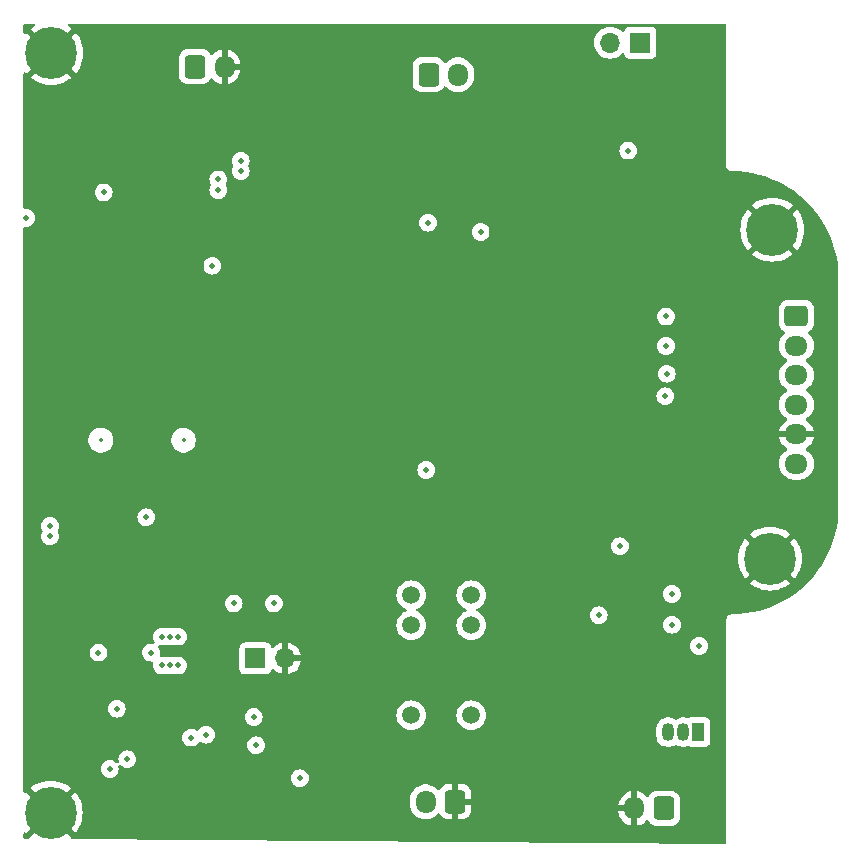
<source format=gbr>
%TF.GenerationSoftware,KiCad,Pcbnew,8.0.5*%
%TF.CreationDate,2025-03-29T03:18:47+03:00*%
%TF.ProjectId,PCB_FINAL_UPDATED,5043425f-4649-44e4-914c-5f5550444154,rev?*%
%TF.SameCoordinates,Original*%
%TF.FileFunction,Copper,L2,Inr*%
%TF.FilePolarity,Positive*%
%FSLAX46Y46*%
G04 Gerber Fmt 4.6, Leading zero omitted, Abs format (unit mm)*
G04 Created by KiCad (PCBNEW 8.0.5) date 2025-03-29 03:18:47*
%MOMM*%
%LPD*%
G01*
G04 APERTURE LIST*
G04 Aperture macros list*
%AMRoundRect*
0 Rectangle with rounded corners*
0 $1 Rounding radius*
0 $2 $3 $4 $5 $6 $7 $8 $9 X,Y pos of 4 corners*
0 Add a 4 corners polygon primitive as box body*
4,1,4,$2,$3,$4,$5,$6,$7,$8,$9,$2,$3,0*
0 Add four circle primitives for the rounded corners*
1,1,$1+$1,$2,$3*
1,1,$1+$1,$4,$5*
1,1,$1+$1,$6,$7*
1,1,$1+$1,$8,$9*
0 Add four rect primitives between the rounded corners*
20,1,$1+$1,$2,$3,$4,$5,0*
20,1,$1+$1,$4,$5,$6,$7,0*
20,1,$1+$1,$6,$7,$8,$9,0*
20,1,$1+$1,$8,$9,$2,$3,0*%
G04 Aperture macros list end*
%TA.AperFunction,ComponentPad*%
%ADD10C,0.700000*%
%TD*%
%TA.AperFunction,ComponentPad*%
%ADD11C,4.400000*%
%TD*%
%TA.AperFunction,ComponentPad*%
%ADD12RoundRect,0.250000X-0.600000X-0.725000X0.600000X-0.725000X0.600000X0.725000X-0.600000X0.725000X0*%
%TD*%
%TA.AperFunction,ComponentPad*%
%ADD13O,1.700000X1.950000*%
%TD*%
%TA.AperFunction,ComponentPad*%
%ADD14RoundRect,0.250000X0.600000X0.725000X-0.600000X0.725000X-0.600000X-0.725000X0.600000X-0.725000X0*%
%TD*%
%TA.AperFunction,ComponentPad*%
%ADD15R,1.700000X1.700000*%
%TD*%
%TA.AperFunction,ComponentPad*%
%ADD16O,1.700000X1.700000*%
%TD*%
%TA.AperFunction,ComponentPad*%
%ADD17R,1.050000X1.500000*%
%TD*%
%TA.AperFunction,ComponentPad*%
%ADD18O,1.050000X1.500000*%
%TD*%
%TA.AperFunction,ComponentPad*%
%ADD19RoundRect,0.250000X-0.725000X0.600000X-0.725000X-0.600000X0.725000X-0.600000X0.725000X0.600000X0*%
%TD*%
%TA.AperFunction,ComponentPad*%
%ADD20O,1.950000X1.700000*%
%TD*%
%TA.AperFunction,ComponentPad*%
%ADD21C,1.498600*%
%TD*%
%TA.AperFunction,ViaPad*%
%ADD22C,0.500000*%
%TD*%
%ADD23C,0.300000*%
%ADD24C,0.350000*%
G04 APERTURE END LIST*
D10*
%TO.N,GND*%
%TO.C,H2*%
X35150000Y-116300000D03*
X35633274Y-115133274D03*
X35633274Y-117466726D03*
X36800000Y-114650000D03*
D11*
X36800000Y-116300000D03*
D10*
X36800000Y-117950000D03*
X37966726Y-115133274D03*
X37966726Y-117466726D03*
X38450000Y-116300000D03*
%TD*%
%TO.N,GND*%
%TO.C,H3*%
X96250000Y-66950000D03*
X96733274Y-65783274D03*
X96733274Y-68116726D03*
X97900000Y-65300000D03*
D11*
X97900000Y-66950000D03*
D10*
X97900000Y-68600000D03*
X99066726Y-65783274D03*
X99066726Y-68116726D03*
X99550000Y-66950000D03*
%TD*%
D12*
%TO.N,OUT1*%
%TO.C,J5*%
X68797800Y-53822600D03*
D13*
%TO.N,OUT2*%
X71297800Y-53822600D03*
%TD*%
D10*
%TO.N,GND*%
%TO.C,H4*%
X96050000Y-94800000D03*
X96533274Y-93633274D03*
X96533274Y-95966726D03*
X97700000Y-93150000D03*
D11*
X97700000Y-94800000D03*
D10*
X97700000Y-96450000D03*
X98866726Y-93633274D03*
X98866726Y-95966726D03*
X99350000Y-94800000D03*
%TD*%
D14*
%TO.N,GND*%
%TO.C,J6*%
X71054600Y-115390000D03*
D13*
%TO.N,Net-(J6-Pin_2)*%
X68554600Y-115390000D03*
%TD*%
D15*
%TO.N,ECG_I*%
%TO.C,J7*%
X54135000Y-103250000D03*
D16*
%TO.N,GND*%
X56675000Y-103250000D03*
%TD*%
D15*
%TO.N,Net-(J8-Pin_1)*%
%TO.C,J8*%
X86720600Y-51115200D03*
D16*
%TO.N,Net-(J8-Pin_2)*%
X84180600Y-51115200D03*
%TD*%
D17*
%TO.N,Net-(Q1-D)*%
%TO.C,Q1*%
X91627600Y-109491000D03*
D18*
%TO.N,Net-(D8-A)*%
X90357600Y-109491000D03*
%TO.N,+12V*%
X89087600Y-109491000D03*
%TD*%
D12*
%TO.N,VBAT*%
%TO.C,J1*%
X49025000Y-53150000D03*
D13*
%TO.N,GND*%
X51525000Y-53150000D03*
%TD*%
D14*
%TO.N,Net-(J4-Pin_1)*%
%TO.C,J4*%
X88707600Y-115951000D03*
D13*
%TO.N,GND*%
X86207600Y-115951000D03*
%TD*%
D19*
%TO.N,RIN*%
%TO.C,J2*%
X99949000Y-74277200D03*
D20*
%TO.N,FIN*%
X99949000Y-76777200D03*
%TO.N,LED_PWM*%
X99949000Y-79277200D03*
%TO.N,FAN_C*%
X99949000Y-81777200D03*
%TO.N,GND*%
X99949000Y-84277200D03*
%TO.N,+5VA*%
X99949000Y-86777200D03*
%TD*%
D10*
%TO.N,GND*%
%TO.C,H1*%
X35200000Y-52000000D03*
X35683274Y-50833274D03*
X35683274Y-53166726D03*
X36850000Y-50350000D03*
D11*
X36850000Y-52000000D03*
D10*
X36850000Y-53650000D03*
X38016726Y-50833274D03*
X38016726Y-53166726D03*
X38500000Y-52000000D03*
%TD*%
D21*
%TO.N,unconnected-(K1-Pad1)*%
%TO.C,K1*%
X67335400Y-97891600D03*
%TO.N,+12V*%
X67335400Y-100431600D03*
%TO.N,Net-(J6-Pin_2)*%
X67335400Y-108051600D03*
X72415400Y-108051600D03*
%TO.N,Net-(D15-A)*%
X72415400Y-100431600D03*
%TO.N,+12V*%
X72415400Y-97891600D03*
%TD*%
D22*
%TO.N,VBAT*%
X41300000Y-63800000D03*
%TO.N,+5V*%
X45300000Y-102750000D03*
X52900000Y-62000000D03*
X50500000Y-70000000D03*
X55700000Y-98600000D03*
X51000000Y-62700000D03*
X40850000Y-102750000D03*
X52900000Y-61100000D03*
X51000000Y-63600000D03*
X48700000Y-109950000D03*
%TO.N,/ANALOG CIRCUIT/RLD*%
X52300000Y-98600000D03*
X44900000Y-91300000D03*
%TO.N,-5V*%
X46900000Y-103850000D03*
X36750000Y-92050000D03*
X47600000Y-101400000D03*
X46200000Y-101400000D03*
X46200000Y-103850000D03*
X46900000Y-101400000D03*
X47600000Y-103850000D03*
X36750000Y-92925000D03*
X49950000Y-109700000D03*
%TO.N,Net-(C17-Pad1)*%
X54000000Y-108223800D03*
X54200000Y-110600000D03*
%TO.N,/ANALOG CIRCUIT/HPF_O*%
X41800000Y-112600000D03*
X42400000Y-107500000D03*
%TO.N,Net-(U7-VBST)*%
X89400000Y-100400000D03*
X83200000Y-99600000D03*
%TO.N,GND*%
X55700000Y-94800000D03*
X38350000Y-103900000D03*
X37000000Y-69900000D03*
X50040000Y-98750000D03*
X86550000Y-99600000D03*
X48330000Y-61760000D03*
X81000000Y-108320000D03*
X74800000Y-62530000D03*
X38200000Y-96450000D03*
X64570000Y-66650000D03*
X83100000Y-109720000D03*
X80430000Y-58700000D03*
X83050000Y-105070000D03*
X56300000Y-60000000D03*
X50200000Y-75500000D03*
X37460000Y-59070000D03*
X43400000Y-65100000D03*
X83050000Y-103020000D03*
X47250000Y-73750000D03*
X49200000Y-68800000D03*
X90500000Y-105020000D03*
X50000000Y-107280000D03*
X53100000Y-111600000D03*
X50200000Y-100210000D03*
X83080000Y-93550000D03*
X82200000Y-91320000D03*
X51900000Y-73100000D03*
X36900000Y-67800000D03*
X90870000Y-95500000D03*
X58450000Y-110380000D03*
X48550000Y-112500000D03*
X40200000Y-60800000D03*
X82800000Y-61170000D03*
X92600000Y-98880000D03*
X67200000Y-91750000D03*
X67350000Y-89950000D03*
X46600000Y-60600000D03*
X66150000Y-76100000D03*
X47300000Y-114500000D03*
X90900000Y-91130000D03*
X56300000Y-64800000D03*
X44400000Y-73750000D03*
X52900000Y-69200000D03*
X81500000Y-89050000D03*
X41050000Y-110100000D03*
X43700000Y-100500000D03*
%TO.N,FIN*%
X68750000Y-66350000D03*
X88900000Y-76800000D03*
%TO.N,LED_PWM*%
X88950000Y-79150000D03*
X85700000Y-60250000D03*
%TO.N,RIN*%
X73200000Y-67150000D03*
X88900000Y-74300000D03*
%TO.N,FAN_C*%
X88850000Y-81050000D03*
X68600000Y-87300000D03*
%TO.N,/ANALOG CIRCUIT/NFO*%
X57900000Y-113400000D03*
X43300000Y-111800000D03*
%TO.N,Net-(U7-VFB)*%
X89400000Y-97800000D03*
X91700000Y-102200000D03*
%TO.N,+5VA*%
X34750000Y-65950000D03*
X85000000Y-93750000D03*
%TD*%
%TA.AperFunction,Conductor*%
%TO.N,GND*%
G36*
X93942539Y-49520185D02*
G01*
X93988294Y-49572989D01*
X93999500Y-49624500D01*
X93999500Y-61434108D01*
X93999500Y-61565892D01*
X94012919Y-61615973D01*
X94033608Y-61693187D01*
X94066554Y-61750250D01*
X94099500Y-61807314D01*
X94192686Y-61900500D01*
X94306814Y-61966392D01*
X94434108Y-62000500D01*
X94498046Y-62000500D01*
X94501941Y-62000561D01*
X95061201Y-62018136D01*
X95068944Y-62018623D01*
X95624075Y-62071099D01*
X95631788Y-62072074D01*
X96182497Y-62159297D01*
X96190111Y-62160749D01*
X96734304Y-62282390D01*
X96741827Y-62284323D01*
X97277250Y-62439878D01*
X97284658Y-62442285D01*
X97809265Y-62631155D01*
X97816499Y-62634018D01*
X98052891Y-62736314D01*
X98328224Y-62855461D01*
X98335273Y-62858778D01*
X98832074Y-63111911D01*
X98838900Y-63115664D01*
X99318820Y-63399488D01*
X99325397Y-63403662D01*
X99786553Y-63717064D01*
X99792855Y-63721643D01*
X100233407Y-64063369D01*
X100239407Y-64068331D01*
X100657667Y-64437077D01*
X100663345Y-64442410D01*
X101057589Y-64836654D01*
X101062922Y-64842332D01*
X101431665Y-65260589D01*
X101436630Y-65266592D01*
X101778356Y-65707144D01*
X101782935Y-65713446D01*
X102096337Y-66174602D01*
X102100511Y-66181179D01*
X102384335Y-66661099D01*
X102388088Y-66667925D01*
X102641221Y-67164726D01*
X102644538Y-67171775D01*
X102865977Y-67683491D01*
X102868844Y-67690734D01*
X103057714Y-68215341D01*
X103060121Y-68222749D01*
X103215673Y-68758161D01*
X103217611Y-68765706D01*
X103339246Y-69309869D01*
X103340705Y-69317521D01*
X103427924Y-69868204D01*
X103428901Y-69875932D01*
X103481375Y-70431039D01*
X103481864Y-70438814D01*
X103499439Y-70998058D01*
X103499500Y-71001953D01*
X103499500Y-90498046D01*
X103499439Y-90501941D01*
X103481864Y-91061185D01*
X103481375Y-91068960D01*
X103428901Y-91624067D01*
X103427924Y-91631795D01*
X103340705Y-92182478D01*
X103339246Y-92190130D01*
X103217611Y-92734293D01*
X103215673Y-92741838D01*
X103060121Y-93277250D01*
X103057714Y-93284658D01*
X102868844Y-93809265D01*
X102865977Y-93816508D01*
X102644538Y-94328224D01*
X102641221Y-94335273D01*
X102388088Y-94832074D01*
X102384335Y-94838900D01*
X102100511Y-95318820D01*
X102096337Y-95325397D01*
X101782935Y-95786553D01*
X101778356Y-95792855D01*
X101436630Y-96233407D01*
X101431665Y-96239410D01*
X101062922Y-96657667D01*
X101057589Y-96663345D01*
X100663345Y-97057589D01*
X100657667Y-97062922D01*
X100239410Y-97431665D01*
X100233407Y-97436630D01*
X99792855Y-97778356D01*
X99786553Y-97782935D01*
X99325397Y-98096337D01*
X99318820Y-98100511D01*
X98838900Y-98384335D01*
X98832074Y-98388088D01*
X98335273Y-98641221D01*
X98328224Y-98644538D01*
X97816508Y-98865977D01*
X97809265Y-98868844D01*
X97284658Y-99057714D01*
X97277250Y-99060121D01*
X96741838Y-99215673D01*
X96734293Y-99217611D01*
X96190130Y-99339246D01*
X96182478Y-99340705D01*
X95631795Y-99427924D01*
X95624067Y-99428901D01*
X95068960Y-99481375D01*
X95061185Y-99481864D01*
X94501941Y-99499439D01*
X94498046Y-99499500D01*
X94434108Y-99499500D01*
X94306812Y-99533608D01*
X94192686Y-99599500D01*
X94192683Y-99599502D01*
X94099502Y-99692683D01*
X94099500Y-99692686D01*
X94033608Y-99806812D01*
X93999500Y-99934108D01*
X93999500Y-118870830D01*
X93979815Y-118937869D01*
X93927011Y-118983624D01*
X93874474Y-118994826D01*
X38646028Y-118537918D01*
X38579154Y-118517679D01*
X38533837Y-118464499D01*
X38523280Y-118406435D01*
X38524968Y-118378522D01*
X37382737Y-117236290D01*
X37516602Y-117139033D01*
X37639033Y-117016602D01*
X37736290Y-116882736D01*
X38878522Y-118024968D01*
X38878523Y-118024968D01*
X39026112Y-117836586D01*
X39195101Y-117557043D01*
X39195102Y-117557041D01*
X39329160Y-117259175D01*
X39329164Y-117259164D01*
X39426332Y-116947341D01*
X39485213Y-116626038D01*
X39504934Y-116300000D01*
X39485213Y-115973961D01*
X39426332Y-115652658D01*
X39329164Y-115340835D01*
X39329160Y-115340824D01*
X39247199Y-115158713D01*
X67204100Y-115158713D01*
X67204100Y-115621287D01*
X67237354Y-115831243D01*
X67248322Y-115865000D01*
X67303044Y-116033414D01*
X67399551Y-116222820D01*
X67524490Y-116394786D01*
X67674813Y-116545109D01*
X67846779Y-116670048D01*
X67846781Y-116670049D01*
X67846784Y-116670051D01*
X68036188Y-116766557D01*
X68238357Y-116832246D01*
X68448313Y-116865500D01*
X68448314Y-116865500D01*
X68660886Y-116865500D01*
X68660887Y-116865500D01*
X68870843Y-116832246D01*
X69073012Y-116766557D01*
X69262416Y-116670051D01*
X69366793Y-116594217D01*
X69434384Y-116545110D01*
X69434384Y-116545109D01*
X69434392Y-116545104D01*
X69573567Y-116405928D01*
X69634886Y-116372446D01*
X69704578Y-116377430D01*
X69760512Y-116419301D01*
X69766784Y-116428515D01*
X69862284Y-116583345D01*
X69986254Y-116707315D01*
X70135475Y-116799356D01*
X70135480Y-116799358D01*
X70301902Y-116854505D01*
X70301909Y-116854506D01*
X70404619Y-116864999D01*
X70804599Y-116864999D01*
X70804600Y-116864998D01*
X70804600Y-115794145D01*
X70871257Y-115832630D01*
X70992065Y-115865000D01*
X71117135Y-115865000D01*
X71237943Y-115832630D01*
X71304600Y-115794145D01*
X71304600Y-116864999D01*
X71704572Y-116864999D01*
X71704586Y-116864998D01*
X71807297Y-116854505D01*
X71973719Y-116799358D01*
X71973724Y-116799356D01*
X72122945Y-116707315D01*
X72246915Y-116583345D01*
X72338956Y-116434124D01*
X72338958Y-116434119D01*
X72394105Y-116267697D01*
X72394106Y-116267690D01*
X72404599Y-116164986D01*
X72404600Y-116164973D01*
X72404600Y-115701000D01*
X84860570Y-115701000D01*
X85803454Y-115701000D01*
X85764970Y-115767657D01*
X85732600Y-115888465D01*
X85732600Y-116013535D01*
X85764970Y-116134343D01*
X85803454Y-116201000D01*
X84860570Y-116201000D01*
X84890842Y-116392127D01*
X84890842Y-116392130D01*
X84956504Y-116594217D01*
X85052979Y-116783557D01*
X85177872Y-116955459D01*
X85177876Y-116955464D01*
X85328135Y-117105723D01*
X85328140Y-117105727D01*
X85500042Y-117230620D01*
X85689382Y-117327095D01*
X85891471Y-117392757D01*
X85957600Y-117403231D01*
X85957600Y-116355145D01*
X86024257Y-116393630D01*
X86145065Y-116426000D01*
X86270135Y-116426000D01*
X86390943Y-116393630D01*
X86457600Y-116355145D01*
X86457600Y-117403230D01*
X86523726Y-117392757D01*
X86523729Y-117392757D01*
X86725817Y-117327095D01*
X86915157Y-117230620D01*
X87087058Y-117105728D01*
X87225930Y-116966856D01*
X87287253Y-116933371D01*
X87356945Y-116938355D01*
X87412879Y-116980226D01*
X87419151Y-116989440D01*
X87422785Y-116995331D01*
X87422786Y-116995334D01*
X87514888Y-117144656D01*
X87638944Y-117268712D01*
X87788266Y-117360814D01*
X87954803Y-117415999D01*
X88057591Y-117426500D01*
X89357608Y-117426499D01*
X89460397Y-117415999D01*
X89626934Y-117360814D01*
X89776256Y-117268712D01*
X89900312Y-117144656D01*
X89992414Y-116995334D01*
X90047599Y-116828797D01*
X90058100Y-116726009D01*
X90058099Y-115175992D01*
X90047599Y-115073203D01*
X89992414Y-114906666D01*
X89900312Y-114757344D01*
X89776256Y-114633288D01*
X89626934Y-114541186D01*
X89460397Y-114486001D01*
X89460395Y-114486000D01*
X89357610Y-114475500D01*
X88057598Y-114475500D01*
X88057581Y-114475501D01*
X87954803Y-114486000D01*
X87954800Y-114486001D01*
X87788268Y-114541185D01*
X87788263Y-114541187D01*
X87638942Y-114633289D01*
X87514889Y-114757342D01*
X87419151Y-114912559D01*
X87367203Y-114959283D01*
X87298240Y-114970506D01*
X87234158Y-114942662D01*
X87225931Y-114935143D01*
X87087064Y-114796276D01*
X87087059Y-114796272D01*
X86915157Y-114671379D01*
X86725815Y-114574903D01*
X86523724Y-114509241D01*
X86457600Y-114498768D01*
X86457600Y-115546854D01*
X86390943Y-115508370D01*
X86270135Y-115476000D01*
X86145065Y-115476000D01*
X86024257Y-115508370D01*
X85957600Y-115546854D01*
X85957600Y-114498768D01*
X85957599Y-114498768D01*
X85891475Y-114509241D01*
X85689384Y-114574903D01*
X85500042Y-114671379D01*
X85328140Y-114796272D01*
X85328135Y-114796276D01*
X85177876Y-114946535D01*
X85177872Y-114946540D01*
X85052979Y-115118442D01*
X84956504Y-115307782D01*
X84890842Y-115509869D01*
X84890842Y-115509872D01*
X84860570Y-115701000D01*
X72404600Y-115701000D01*
X72404600Y-115640000D01*
X71458746Y-115640000D01*
X71497230Y-115573343D01*
X71529600Y-115452535D01*
X71529600Y-115327465D01*
X71497230Y-115206657D01*
X71458746Y-115140000D01*
X72404599Y-115140000D01*
X72404599Y-114615028D01*
X72404598Y-114615013D01*
X72394105Y-114512302D01*
X72338958Y-114345880D01*
X72338956Y-114345875D01*
X72246915Y-114196654D01*
X72122945Y-114072684D01*
X71973724Y-113980643D01*
X71973719Y-113980641D01*
X71807297Y-113925494D01*
X71807290Y-113925493D01*
X71704586Y-113915000D01*
X71304600Y-113915000D01*
X71304600Y-114985854D01*
X71237943Y-114947370D01*
X71117135Y-114915000D01*
X70992065Y-114915000D01*
X70871257Y-114947370D01*
X70804600Y-114985854D01*
X70804600Y-113915000D01*
X70404628Y-113915000D01*
X70404612Y-113915001D01*
X70301902Y-113925494D01*
X70135480Y-113980641D01*
X70135475Y-113980643D01*
X69986254Y-114072684D01*
X69862283Y-114196655D01*
X69862280Y-114196659D01*
X69766783Y-114351484D01*
X69714835Y-114398209D01*
X69645873Y-114409430D01*
X69581791Y-114381587D01*
X69573564Y-114374068D01*
X69434386Y-114234890D01*
X69262420Y-114109951D01*
X69073014Y-114013444D01*
X69073013Y-114013443D01*
X69073012Y-114013443D01*
X68870843Y-113947754D01*
X68870841Y-113947753D01*
X68870840Y-113947753D01*
X68709557Y-113922208D01*
X68660887Y-113914500D01*
X68448313Y-113914500D01*
X68399642Y-113922208D01*
X68238360Y-113947753D01*
X68036185Y-114013444D01*
X67846779Y-114109951D01*
X67674813Y-114234890D01*
X67524490Y-114385213D01*
X67399551Y-114557179D01*
X67303044Y-114746585D01*
X67237353Y-114948760D01*
X67213662Y-115098343D01*
X67204100Y-115158713D01*
X39247199Y-115158713D01*
X39195102Y-115042958D01*
X39195101Y-115042956D01*
X39026118Y-114763423D01*
X38878522Y-114575030D01*
X37736290Y-115717261D01*
X37639033Y-115583398D01*
X37516602Y-115460967D01*
X37382736Y-115363709D01*
X38524968Y-114221476D01*
X38336576Y-114073881D01*
X38057043Y-113904898D01*
X38057041Y-113904897D01*
X37759175Y-113770839D01*
X37759164Y-113770835D01*
X37447341Y-113673667D01*
X37126038Y-113614786D01*
X36800000Y-113595065D01*
X36473961Y-113614786D01*
X36152658Y-113673667D01*
X35840835Y-113770835D01*
X35840824Y-113770839D01*
X35542958Y-113904897D01*
X35542956Y-113904898D01*
X35263422Y-114073881D01*
X35263416Y-114073886D01*
X35075030Y-114221474D01*
X35075029Y-114221476D01*
X36217262Y-115363709D01*
X36083398Y-115460967D01*
X35960967Y-115583398D01*
X35863709Y-115717262D01*
X34721476Y-114575029D01*
X34720930Y-114575063D01*
X34665271Y-114614851D01*
X34595487Y-114618304D01*
X34534914Y-114583480D01*
X34502784Y-114521437D01*
X34500500Y-114497746D01*
X34500500Y-113399997D01*
X57144751Y-113399997D01*
X57144751Y-113400002D01*
X57163685Y-113568056D01*
X57219545Y-113727694D01*
X57219547Y-113727697D01*
X57309518Y-113870884D01*
X57309523Y-113870890D01*
X57429109Y-113990476D01*
X57429115Y-113990481D01*
X57572302Y-114080452D01*
X57572305Y-114080454D01*
X57572309Y-114080455D01*
X57572310Y-114080456D01*
X57644913Y-114105860D01*
X57731943Y-114136314D01*
X57899997Y-114155249D01*
X57900000Y-114155249D01*
X57900003Y-114155249D01*
X58068056Y-114136314D01*
X58068059Y-114136313D01*
X58227690Y-114080456D01*
X58227692Y-114080454D01*
X58227694Y-114080454D01*
X58227697Y-114080452D01*
X58370884Y-113990481D01*
X58370885Y-113990480D01*
X58370890Y-113990477D01*
X58490477Y-113870890D01*
X58580452Y-113727697D01*
X58580454Y-113727694D01*
X58580454Y-113727692D01*
X58580456Y-113727690D01*
X58636313Y-113568059D01*
X58636313Y-113568058D01*
X58636314Y-113568056D01*
X58655249Y-113400002D01*
X58655249Y-113399997D01*
X58636314Y-113231943D01*
X58580454Y-113072305D01*
X58580452Y-113072302D01*
X58490481Y-112929115D01*
X58490476Y-112929109D01*
X58370890Y-112809523D01*
X58370884Y-112809518D01*
X58227697Y-112719547D01*
X58227694Y-112719545D01*
X58068056Y-112663685D01*
X57900003Y-112644751D01*
X57899997Y-112644751D01*
X57731943Y-112663685D01*
X57572305Y-112719545D01*
X57572302Y-112719547D01*
X57429115Y-112809518D01*
X57429109Y-112809523D01*
X57309523Y-112929109D01*
X57309518Y-112929115D01*
X57219547Y-113072302D01*
X57219545Y-113072305D01*
X57163685Y-113231943D01*
X57144751Y-113399997D01*
X34500500Y-113399997D01*
X34500500Y-112599997D01*
X41044751Y-112599997D01*
X41044751Y-112600002D01*
X41063685Y-112768056D01*
X41119545Y-112927694D01*
X41119547Y-112927697D01*
X41209518Y-113070884D01*
X41209523Y-113070890D01*
X41329109Y-113190476D01*
X41329115Y-113190481D01*
X41472302Y-113280452D01*
X41472305Y-113280454D01*
X41472309Y-113280455D01*
X41472310Y-113280456D01*
X41544913Y-113305860D01*
X41631943Y-113336314D01*
X41799997Y-113355249D01*
X41800000Y-113355249D01*
X41800003Y-113355249D01*
X41968056Y-113336314D01*
X41968059Y-113336313D01*
X42127690Y-113280456D01*
X42127692Y-113280454D01*
X42127694Y-113280454D01*
X42127697Y-113280452D01*
X42270884Y-113190481D01*
X42270885Y-113190480D01*
X42270890Y-113190477D01*
X42390477Y-113070890D01*
X42479564Y-112929110D01*
X42480452Y-112927697D01*
X42480454Y-112927694D01*
X42480454Y-112927692D01*
X42480456Y-112927690D01*
X42536313Y-112768059D01*
X42536313Y-112768058D01*
X42536314Y-112768056D01*
X42555249Y-112600002D01*
X42555249Y-112599997D01*
X42536313Y-112431942D01*
X42535829Y-112430557D01*
X42535780Y-112429603D01*
X42534764Y-112425151D01*
X42535543Y-112424973D01*
X42532265Y-112360778D01*
X42566991Y-112300150D01*
X42628984Y-112267920D01*
X42698559Y-112274323D01*
X42740550Y-112301917D01*
X42829109Y-112390476D01*
X42829115Y-112390481D01*
X42972302Y-112480452D01*
X42972305Y-112480454D01*
X42972309Y-112480455D01*
X42972310Y-112480456D01*
X43044913Y-112505860D01*
X43131943Y-112536314D01*
X43299997Y-112555249D01*
X43300000Y-112555249D01*
X43300003Y-112555249D01*
X43468056Y-112536314D01*
X43468059Y-112536313D01*
X43627690Y-112480456D01*
X43627692Y-112480454D01*
X43627694Y-112480454D01*
X43627697Y-112480452D01*
X43770884Y-112390481D01*
X43770885Y-112390480D01*
X43770890Y-112390477D01*
X43890477Y-112270890D01*
X43979564Y-112129110D01*
X43980452Y-112127697D01*
X43980454Y-112127694D01*
X43980454Y-112127692D01*
X43980456Y-112127690D01*
X44036313Y-111968059D01*
X44036313Y-111968058D01*
X44036314Y-111968056D01*
X44055249Y-111800002D01*
X44055249Y-111799997D01*
X44036314Y-111631943D01*
X43980454Y-111472305D01*
X43980452Y-111472302D01*
X43890481Y-111329115D01*
X43890476Y-111329109D01*
X43770890Y-111209523D01*
X43770884Y-111209518D01*
X43627697Y-111119547D01*
X43627694Y-111119545D01*
X43468056Y-111063685D01*
X43300003Y-111044751D01*
X43299997Y-111044751D01*
X43131943Y-111063685D01*
X42972305Y-111119545D01*
X42972302Y-111119547D01*
X42829115Y-111209518D01*
X42829109Y-111209523D01*
X42709523Y-111329109D01*
X42709518Y-111329115D01*
X42619547Y-111472302D01*
X42619545Y-111472305D01*
X42563685Y-111631943D01*
X42544751Y-111799997D01*
X42544751Y-111800002D01*
X42563686Y-111968059D01*
X42563686Y-111968061D01*
X42564173Y-111969451D01*
X42564221Y-111970404D01*
X42565236Y-111974849D01*
X42564457Y-111975026D01*
X42567732Y-112039230D01*
X42533001Y-112099856D01*
X42471007Y-112132081D01*
X42401431Y-112125673D01*
X42359449Y-112098082D01*
X42270890Y-112009523D01*
X42270884Y-112009518D01*
X42127697Y-111919547D01*
X42127694Y-111919545D01*
X41968056Y-111863685D01*
X41800003Y-111844751D01*
X41799997Y-111844751D01*
X41631943Y-111863685D01*
X41472305Y-111919545D01*
X41472302Y-111919547D01*
X41329115Y-112009518D01*
X41329109Y-112009523D01*
X41209523Y-112129109D01*
X41209518Y-112129115D01*
X41119547Y-112272302D01*
X41119545Y-112272305D01*
X41063685Y-112431943D01*
X41044751Y-112599997D01*
X34500500Y-112599997D01*
X34500500Y-109949997D01*
X47944751Y-109949997D01*
X47944751Y-109950002D01*
X47963685Y-110118056D01*
X48019545Y-110277694D01*
X48019547Y-110277697D01*
X48109518Y-110420884D01*
X48109523Y-110420890D01*
X48229109Y-110540476D01*
X48229115Y-110540481D01*
X48372302Y-110630452D01*
X48372305Y-110630454D01*
X48372309Y-110630455D01*
X48372310Y-110630456D01*
X48404307Y-110641652D01*
X48531943Y-110686314D01*
X48699997Y-110705249D01*
X48700000Y-110705249D01*
X48700003Y-110705249D01*
X48868056Y-110686314D01*
X48868059Y-110686313D01*
X49027690Y-110630456D01*
X49027692Y-110630454D01*
X49027694Y-110630454D01*
X49027697Y-110630452D01*
X49076166Y-110599997D01*
X53444751Y-110599997D01*
X53444751Y-110600002D01*
X53463685Y-110768056D01*
X53519545Y-110927694D01*
X53519547Y-110927697D01*
X53609518Y-111070884D01*
X53609523Y-111070890D01*
X53729109Y-111190476D01*
X53729115Y-111190481D01*
X53872302Y-111280452D01*
X53872305Y-111280454D01*
X53872309Y-111280455D01*
X53872310Y-111280456D01*
X53944913Y-111305860D01*
X54031943Y-111336314D01*
X54199997Y-111355249D01*
X54200000Y-111355249D01*
X54200003Y-111355249D01*
X54368056Y-111336314D01*
X54368059Y-111336313D01*
X54527690Y-111280456D01*
X54527692Y-111280454D01*
X54527694Y-111280454D01*
X54527697Y-111280452D01*
X54670884Y-111190481D01*
X54670885Y-111190480D01*
X54670890Y-111190477D01*
X54790477Y-111070890D01*
X54795004Y-111063685D01*
X54880452Y-110927697D01*
X54880454Y-110927694D01*
X54880454Y-110927692D01*
X54880456Y-110927690D01*
X54936313Y-110768059D01*
X54936313Y-110768058D01*
X54936314Y-110768056D01*
X54955249Y-110600002D01*
X54955249Y-110599997D01*
X54936314Y-110431943D01*
X54886813Y-110290477D01*
X54880456Y-110272310D01*
X54880455Y-110272309D01*
X54880454Y-110272305D01*
X54880452Y-110272302D01*
X54790481Y-110129115D01*
X54790476Y-110129109D01*
X54670890Y-110009523D01*
X54670884Y-110009518D01*
X54527697Y-109919547D01*
X54527694Y-109919545D01*
X54368056Y-109863685D01*
X54200003Y-109844751D01*
X54199997Y-109844751D01*
X54031943Y-109863685D01*
X53872305Y-109919545D01*
X53872302Y-109919547D01*
X53729115Y-110009518D01*
X53729109Y-110009523D01*
X53609523Y-110129109D01*
X53609518Y-110129115D01*
X53519547Y-110272302D01*
X53519545Y-110272305D01*
X53463685Y-110431943D01*
X53444751Y-110599997D01*
X49076166Y-110599997D01*
X49170884Y-110540481D01*
X49170885Y-110540480D01*
X49170890Y-110540477D01*
X49290477Y-110420890D01*
X49336648Y-110347408D01*
X49388981Y-110301118D01*
X49458034Y-110290469D01*
X49507613Y-110308387D01*
X49589195Y-110359648D01*
X49622310Y-110380456D01*
X49737847Y-110420884D01*
X49781943Y-110436314D01*
X49949997Y-110455249D01*
X49950000Y-110455249D01*
X49950003Y-110455249D01*
X50118056Y-110436314D01*
X50130548Y-110431943D01*
X50277690Y-110380456D01*
X50277692Y-110380454D01*
X50277694Y-110380454D01*
X50277697Y-110380452D01*
X50420884Y-110290481D01*
X50420885Y-110290480D01*
X50420890Y-110290477D01*
X50540477Y-110170890D01*
X50566726Y-110129115D01*
X50630452Y-110027697D01*
X50630454Y-110027694D01*
X50630454Y-110027692D01*
X50630456Y-110027690D01*
X50686313Y-109868059D01*
X50686313Y-109868058D01*
X50686314Y-109868056D01*
X50705249Y-109700002D01*
X50705249Y-109699997D01*
X50686314Y-109531943D01*
X50630454Y-109372305D01*
X50630452Y-109372302D01*
X50540481Y-109229115D01*
X50540476Y-109229109D01*
X50420890Y-109109523D01*
X50420884Y-109109518D01*
X50277697Y-109019547D01*
X50277694Y-109019545D01*
X50118056Y-108963685D01*
X49950003Y-108944751D01*
X49949997Y-108944751D01*
X49781943Y-108963685D01*
X49622305Y-109019545D01*
X49622302Y-109019547D01*
X49479115Y-109109518D01*
X49479109Y-109109523D01*
X49359524Y-109229108D01*
X49313350Y-109302592D01*
X49261014Y-109348882D01*
X49191961Y-109359529D01*
X49142385Y-109341612D01*
X49027692Y-109269545D01*
X49027691Y-109269544D01*
X49027690Y-109269544D01*
X48989370Y-109256135D01*
X48868056Y-109213685D01*
X48700003Y-109194751D01*
X48699997Y-109194751D01*
X48531943Y-109213685D01*
X48372305Y-109269545D01*
X48372302Y-109269547D01*
X48229115Y-109359518D01*
X48229109Y-109359523D01*
X48109523Y-109479109D01*
X48109518Y-109479115D01*
X48019547Y-109622302D01*
X48019545Y-109622305D01*
X47963685Y-109781943D01*
X47944751Y-109949997D01*
X34500500Y-109949997D01*
X34500500Y-107499997D01*
X41644751Y-107499997D01*
X41644751Y-107500002D01*
X41663685Y-107668056D01*
X41719545Y-107827694D01*
X41719547Y-107827697D01*
X41809518Y-107970884D01*
X41809523Y-107970890D01*
X41929109Y-108090476D01*
X41929115Y-108090481D01*
X42072302Y-108180452D01*
X42072305Y-108180454D01*
X42072309Y-108180455D01*
X42072310Y-108180456D01*
X42144913Y-108205860D01*
X42231943Y-108236314D01*
X42399997Y-108255249D01*
X42400000Y-108255249D01*
X42400003Y-108255249D01*
X42568056Y-108236314D01*
X42568059Y-108236313D01*
X42603828Y-108223797D01*
X53244751Y-108223797D01*
X53244751Y-108223802D01*
X53263685Y-108391856D01*
X53319545Y-108551494D01*
X53319547Y-108551497D01*
X53409518Y-108694684D01*
X53409523Y-108694690D01*
X53529109Y-108814276D01*
X53529115Y-108814281D01*
X53672302Y-108904252D01*
X53672305Y-108904254D01*
X53672309Y-108904255D01*
X53672310Y-108904256D01*
X53744913Y-108929660D01*
X53831943Y-108960114D01*
X53999997Y-108979049D01*
X54000000Y-108979049D01*
X54000003Y-108979049D01*
X54168056Y-108960114D01*
X54211961Y-108944751D01*
X54327690Y-108904256D01*
X54327692Y-108904254D01*
X54327694Y-108904254D01*
X54327697Y-108904252D01*
X54470884Y-108814281D01*
X54470885Y-108814280D01*
X54470890Y-108814277D01*
X54590477Y-108694690D01*
X54591458Y-108693129D01*
X54680452Y-108551497D01*
X54680454Y-108551494D01*
X54680454Y-108551492D01*
X54680456Y-108551490D01*
X54736313Y-108391859D01*
X54736313Y-108391858D01*
X54736314Y-108391856D01*
X54755249Y-108223802D01*
X54755249Y-108223797D01*
X54736314Y-108055743D01*
X54734864Y-108051599D01*
X66080826Y-108051599D01*
X66080826Y-108051600D01*
X66099885Y-108269449D01*
X66099887Y-108269459D01*
X66156483Y-108480682D01*
X66156485Y-108480686D01*
X66156486Y-108480690D01*
X66164870Y-108498669D01*
X66248906Y-108678886D01*
X66258879Y-108693129D01*
X66374341Y-108858025D01*
X66528975Y-109012659D01*
X66708113Y-109138093D01*
X66906310Y-109230514D01*
X67117546Y-109287114D01*
X67291829Y-109302362D01*
X67335399Y-109306174D01*
X67335400Y-109306174D01*
X67335401Y-109306174D01*
X67376342Y-109302592D01*
X67553254Y-109287114D01*
X67764490Y-109230514D01*
X67962687Y-109138093D01*
X68141825Y-109012659D01*
X68296459Y-108858025D01*
X68421893Y-108678887D01*
X68514314Y-108480690D01*
X68570914Y-108269454D01*
X68589974Y-108051600D01*
X68589974Y-108051599D01*
X71160826Y-108051599D01*
X71160826Y-108051600D01*
X71179885Y-108269449D01*
X71179887Y-108269459D01*
X71236483Y-108480682D01*
X71236485Y-108480686D01*
X71236486Y-108480690D01*
X71244870Y-108498669D01*
X71328906Y-108678886D01*
X71338879Y-108693129D01*
X71454341Y-108858025D01*
X71608975Y-109012659D01*
X71788113Y-109138093D01*
X71986310Y-109230514D01*
X72197546Y-109287114D01*
X72371829Y-109302362D01*
X72415399Y-109306174D01*
X72415400Y-109306174D01*
X72415401Y-109306174D01*
X72456342Y-109302592D01*
X72633254Y-109287114D01*
X72844490Y-109230514D01*
X72985002Y-109164992D01*
X88062100Y-109164992D01*
X88062100Y-109817007D01*
X88101507Y-110015119D01*
X88101509Y-110015127D01*
X88178812Y-110201752D01*
X88178817Y-110201762D01*
X88291041Y-110369718D01*
X88433881Y-110512558D01*
X88601837Y-110624782D01*
X88601841Y-110624784D01*
X88601844Y-110624786D01*
X88788473Y-110702091D01*
X88954377Y-110735091D01*
X88986592Y-110741499D01*
X88986596Y-110741500D01*
X88986597Y-110741500D01*
X89188604Y-110741500D01*
X89188605Y-110741499D01*
X89386727Y-110702091D01*
X89573356Y-110624786D01*
X89653710Y-110571094D01*
X89720386Y-110550217D01*
X89787766Y-110568701D01*
X89791465Y-110571078D01*
X89871844Y-110624786D01*
X89871845Y-110624786D01*
X89871846Y-110624787D01*
X89885532Y-110630456D01*
X90058473Y-110702091D01*
X90224377Y-110735091D01*
X90256592Y-110741499D01*
X90256596Y-110741500D01*
X90256597Y-110741500D01*
X90458604Y-110741500D01*
X90458605Y-110741499D01*
X90656727Y-110702091D01*
X90737398Y-110668674D01*
X90806867Y-110661205D01*
X90852258Y-110680962D01*
X90852486Y-110680546D01*
X90857140Y-110683087D01*
X90859162Y-110683967D01*
X90860269Y-110684796D01*
X90860270Y-110684796D01*
X90860271Y-110684797D01*
X90995117Y-110735091D01*
X90995116Y-110735091D01*
X91002044Y-110735835D01*
X91054727Y-110741500D01*
X92200472Y-110741499D01*
X92260083Y-110735091D01*
X92394931Y-110684796D01*
X92510146Y-110598546D01*
X92596396Y-110483331D01*
X92646691Y-110348483D01*
X92653100Y-110288873D01*
X92653099Y-108693128D01*
X92646691Y-108633517D01*
X92638770Y-108612281D01*
X92596397Y-108498671D01*
X92596393Y-108498664D01*
X92510147Y-108383455D01*
X92510144Y-108383452D01*
X92394935Y-108297206D01*
X92394928Y-108297202D01*
X92260082Y-108246908D01*
X92260083Y-108246908D01*
X92200483Y-108240501D01*
X92200481Y-108240500D01*
X92200473Y-108240500D01*
X92200464Y-108240500D01*
X91054729Y-108240500D01*
X91054723Y-108240501D01*
X90995116Y-108246908D01*
X90860272Y-108297202D01*
X90860265Y-108297206D01*
X90859156Y-108298037D01*
X90857858Y-108298520D01*
X90852487Y-108301454D01*
X90852065Y-108300681D01*
X90793690Y-108322449D01*
X90737400Y-108313325D01*
X90656727Y-108279909D01*
X90656719Y-108279907D01*
X90458607Y-108240500D01*
X90458603Y-108240500D01*
X90256597Y-108240500D01*
X90256592Y-108240500D01*
X90058480Y-108279907D01*
X90058472Y-108279909D01*
X89871844Y-108357213D01*
X89791491Y-108410904D01*
X89724813Y-108431782D01*
X89657433Y-108413297D01*
X89653709Y-108410904D01*
X89573355Y-108357213D01*
X89386727Y-108279909D01*
X89386719Y-108279907D01*
X89188607Y-108240500D01*
X89188603Y-108240500D01*
X88986597Y-108240500D01*
X88986592Y-108240500D01*
X88788480Y-108279907D01*
X88788472Y-108279909D01*
X88601847Y-108357212D01*
X88601837Y-108357217D01*
X88433881Y-108469441D01*
X88291041Y-108612281D01*
X88178817Y-108780237D01*
X88178812Y-108780247D01*
X88101509Y-108966872D01*
X88101507Y-108966880D01*
X88062100Y-109164992D01*
X72985002Y-109164992D01*
X73042687Y-109138093D01*
X73221825Y-109012659D01*
X73376459Y-108858025D01*
X73501893Y-108678887D01*
X73594314Y-108480690D01*
X73650914Y-108269454D01*
X73669974Y-108051600D01*
X73650914Y-107833746D01*
X73594314Y-107622510D01*
X73501893Y-107424313D01*
X73376459Y-107245175D01*
X73221825Y-107090541D01*
X73042687Y-106965107D01*
X73042688Y-106965107D01*
X73042686Y-106965106D01*
X72923476Y-106909518D01*
X72844490Y-106872686D01*
X72844486Y-106872685D01*
X72844482Y-106872683D01*
X72633259Y-106816087D01*
X72633249Y-106816085D01*
X72415401Y-106797026D01*
X72415399Y-106797026D01*
X72197550Y-106816085D01*
X72197540Y-106816087D01*
X71986317Y-106872683D01*
X71986308Y-106872687D01*
X71788113Y-106965106D01*
X71696707Y-107029110D01*
X71608975Y-107090541D01*
X71608973Y-107090542D01*
X71608970Y-107090545D01*
X71454345Y-107245170D01*
X71328906Y-107424313D01*
X71236487Y-107622508D01*
X71236483Y-107622517D01*
X71179887Y-107833740D01*
X71179885Y-107833750D01*
X71160826Y-108051599D01*
X68589974Y-108051599D01*
X68570914Y-107833746D01*
X68514314Y-107622510D01*
X68421893Y-107424313D01*
X68296459Y-107245175D01*
X68141825Y-107090541D01*
X67962687Y-106965107D01*
X67962688Y-106965107D01*
X67962686Y-106965106D01*
X67843476Y-106909518D01*
X67764490Y-106872686D01*
X67764486Y-106872685D01*
X67764482Y-106872683D01*
X67553259Y-106816087D01*
X67553249Y-106816085D01*
X67335401Y-106797026D01*
X67335399Y-106797026D01*
X67117550Y-106816085D01*
X67117540Y-106816087D01*
X66906317Y-106872683D01*
X66906308Y-106872687D01*
X66708113Y-106965106D01*
X66616707Y-107029110D01*
X66528975Y-107090541D01*
X66528973Y-107090542D01*
X66528970Y-107090545D01*
X66374345Y-107245170D01*
X66248906Y-107424313D01*
X66156487Y-107622508D01*
X66156483Y-107622517D01*
X66099887Y-107833740D01*
X66099885Y-107833750D01*
X66080826Y-108051599D01*
X54734864Y-108051599D01*
X54680454Y-107896105D01*
X54680452Y-107896102D01*
X54590481Y-107752915D01*
X54590476Y-107752909D01*
X54470890Y-107633323D01*
X54470884Y-107633318D01*
X54327697Y-107543347D01*
X54327694Y-107543345D01*
X54168056Y-107487485D01*
X54000003Y-107468551D01*
X53999997Y-107468551D01*
X53831943Y-107487485D01*
X53672305Y-107543345D01*
X53672302Y-107543347D01*
X53529115Y-107633318D01*
X53529109Y-107633323D01*
X53409523Y-107752909D01*
X53409518Y-107752915D01*
X53319547Y-107896102D01*
X53319545Y-107896105D01*
X53263685Y-108055743D01*
X53244751Y-108223797D01*
X42603828Y-108223797D01*
X42727690Y-108180456D01*
X42727692Y-108180454D01*
X42727694Y-108180454D01*
X42727697Y-108180452D01*
X42870884Y-108090481D01*
X42870885Y-108090480D01*
X42870890Y-108090477D01*
X42990477Y-107970890D01*
X43037470Y-107896102D01*
X43080452Y-107827697D01*
X43080454Y-107827694D01*
X43080454Y-107827692D01*
X43080456Y-107827690D01*
X43136313Y-107668059D01*
X43136313Y-107668058D01*
X43136314Y-107668056D01*
X43155249Y-107500002D01*
X43155249Y-107499997D01*
X43136314Y-107331943D01*
X43080454Y-107172305D01*
X43080452Y-107172302D01*
X42990481Y-107029115D01*
X42990476Y-107029109D01*
X42870890Y-106909523D01*
X42870884Y-106909518D01*
X42727697Y-106819547D01*
X42727694Y-106819545D01*
X42568056Y-106763685D01*
X42400003Y-106744751D01*
X42399997Y-106744751D01*
X42231943Y-106763685D01*
X42072305Y-106819545D01*
X42072302Y-106819547D01*
X41929115Y-106909518D01*
X41929109Y-106909523D01*
X41809523Y-107029109D01*
X41809518Y-107029115D01*
X41719547Y-107172302D01*
X41719545Y-107172305D01*
X41663685Y-107331943D01*
X41644751Y-107499997D01*
X34500500Y-107499997D01*
X34500500Y-102749997D01*
X40094751Y-102749997D01*
X40094751Y-102750002D01*
X40113685Y-102918056D01*
X40169545Y-103077694D01*
X40169547Y-103077697D01*
X40259518Y-103220884D01*
X40259523Y-103220890D01*
X40379109Y-103340476D01*
X40379115Y-103340481D01*
X40522302Y-103430452D01*
X40522305Y-103430454D01*
X40522309Y-103430455D01*
X40522310Y-103430456D01*
X40558139Y-103442993D01*
X40681943Y-103486314D01*
X40849997Y-103505249D01*
X40850000Y-103505249D01*
X40850003Y-103505249D01*
X41018056Y-103486314D01*
X41018059Y-103486313D01*
X41177690Y-103430456D01*
X41177692Y-103430454D01*
X41177694Y-103430454D01*
X41177697Y-103430452D01*
X41320884Y-103340481D01*
X41320885Y-103340480D01*
X41320890Y-103340477D01*
X41440477Y-103220890D01*
X41440481Y-103220884D01*
X41530452Y-103077697D01*
X41530454Y-103077694D01*
X41530454Y-103077692D01*
X41530456Y-103077690D01*
X41586313Y-102918059D01*
X41586313Y-102918058D01*
X41586314Y-102918056D01*
X41605249Y-102750002D01*
X41605249Y-102749997D01*
X44544751Y-102749997D01*
X44544751Y-102750002D01*
X44563685Y-102918056D01*
X44619545Y-103077694D01*
X44619547Y-103077697D01*
X44709518Y-103220884D01*
X44709523Y-103220890D01*
X44829109Y-103340476D01*
X44829115Y-103340481D01*
X44972302Y-103430452D01*
X44972305Y-103430454D01*
X44972309Y-103430455D01*
X44972310Y-103430456D01*
X45008139Y-103442993D01*
X45131943Y-103486314D01*
X45299997Y-103505249D01*
X45300000Y-103505249D01*
X45338665Y-103500892D01*
X45407485Y-103512945D01*
X45458866Y-103560294D01*
X45476491Y-103627904D01*
X45469591Y-103665065D01*
X45463686Y-103681940D01*
X45444751Y-103849997D01*
X45444751Y-103850002D01*
X45463685Y-104018056D01*
X45519545Y-104177694D01*
X45519547Y-104177697D01*
X45609518Y-104320884D01*
X45609523Y-104320890D01*
X45729109Y-104440476D01*
X45729115Y-104440481D01*
X45872302Y-104530452D01*
X45872305Y-104530454D01*
X45872309Y-104530455D01*
X45872310Y-104530456D01*
X45910434Y-104543796D01*
X46031943Y-104586314D01*
X46199997Y-104605249D01*
X46200000Y-104605249D01*
X46200003Y-104605249D01*
X46368059Y-104586313D01*
X46368060Y-104586313D01*
X46509045Y-104536980D01*
X46578824Y-104533418D01*
X46590955Y-104536980D01*
X46731939Y-104586313D01*
X46899997Y-104605249D01*
X46900000Y-104605249D01*
X46900003Y-104605249D01*
X47068059Y-104586313D01*
X47068060Y-104586313D01*
X47209045Y-104536980D01*
X47278824Y-104533418D01*
X47290955Y-104536980D01*
X47431939Y-104586313D01*
X47599997Y-104605249D01*
X47600000Y-104605249D01*
X47600003Y-104605249D01*
X47768056Y-104586314D01*
X47768059Y-104586313D01*
X47927690Y-104530456D01*
X47927692Y-104530454D01*
X47927694Y-104530454D01*
X47927697Y-104530452D01*
X48070884Y-104440481D01*
X48070885Y-104440480D01*
X48070890Y-104440477D01*
X48190477Y-104320890D01*
X48190481Y-104320884D01*
X48280452Y-104177697D01*
X48280454Y-104177694D01*
X48280454Y-104177692D01*
X48280456Y-104177690D01*
X48336313Y-104018059D01*
X48336313Y-104018058D01*
X48336314Y-104018056D01*
X48355249Y-103850002D01*
X48355249Y-103849997D01*
X48336314Y-103681943D01*
X48280454Y-103522305D01*
X48280452Y-103522302D01*
X48190481Y-103379115D01*
X48190476Y-103379109D01*
X48070890Y-103259523D01*
X48070884Y-103259518D01*
X47927697Y-103169547D01*
X47927694Y-103169545D01*
X47768056Y-103113685D01*
X47600003Y-103094751D01*
X47599997Y-103094751D01*
X47431943Y-103113685D01*
X47290955Y-103163020D01*
X47221176Y-103166581D01*
X47209045Y-103163020D01*
X47068056Y-103113685D01*
X46900003Y-103094751D01*
X46899997Y-103094751D01*
X46731943Y-103113685D01*
X46590955Y-103163020D01*
X46521176Y-103166581D01*
X46509045Y-103163020D01*
X46368056Y-103113685D01*
X46200003Y-103094751D01*
X46199996Y-103094751D01*
X46161333Y-103099107D01*
X46092511Y-103087052D01*
X46041132Y-103039703D01*
X46023508Y-102972092D01*
X46030410Y-102934928D01*
X46036313Y-102918059D01*
X46055249Y-102750000D01*
X46055249Y-102749997D01*
X46036314Y-102581943D01*
X46017330Y-102527690D01*
X45980456Y-102422310D01*
X45980454Y-102422307D01*
X45980454Y-102422306D01*
X45936362Y-102352135D01*
X52784500Y-102352135D01*
X52784500Y-104147870D01*
X52784501Y-104147876D01*
X52790908Y-104207483D01*
X52841202Y-104342328D01*
X52841206Y-104342335D01*
X52927452Y-104457544D01*
X52927455Y-104457547D01*
X53042664Y-104543793D01*
X53042671Y-104543797D01*
X53177517Y-104594091D01*
X53177516Y-104594091D01*
X53184444Y-104594835D01*
X53237127Y-104600500D01*
X55032872Y-104600499D01*
X55092483Y-104594091D01*
X55227331Y-104543796D01*
X55342546Y-104457546D01*
X55428796Y-104342331D01*
X55478002Y-104210401D01*
X55519872Y-104154468D01*
X55585337Y-104130050D01*
X55653610Y-104144901D01*
X55681865Y-104166053D01*
X55803917Y-104288105D01*
X55997421Y-104423600D01*
X56211507Y-104523429D01*
X56211516Y-104523433D01*
X56425000Y-104580634D01*
X56425000Y-103683012D01*
X56482007Y-103715925D01*
X56609174Y-103750000D01*
X56740826Y-103750000D01*
X56867993Y-103715925D01*
X56925000Y-103683012D01*
X56925000Y-104580633D01*
X57138483Y-104523433D01*
X57138492Y-104523429D01*
X57352578Y-104423600D01*
X57546082Y-104288105D01*
X57713105Y-104121082D01*
X57848600Y-103927578D01*
X57948429Y-103713492D01*
X57948432Y-103713486D01*
X58005636Y-103500000D01*
X57108012Y-103500000D01*
X57140925Y-103442993D01*
X57175000Y-103315826D01*
X57175000Y-103184174D01*
X57140925Y-103057007D01*
X57108012Y-103000000D01*
X58005636Y-103000000D01*
X58005635Y-102999999D01*
X57948432Y-102786513D01*
X57948429Y-102786507D01*
X57848600Y-102572422D01*
X57848599Y-102572420D01*
X57713113Y-102378926D01*
X57713108Y-102378920D01*
X57546082Y-102211894D01*
X57529092Y-102199997D01*
X90944751Y-102199997D01*
X90944751Y-102200002D01*
X90963685Y-102368056D01*
X91019545Y-102527694D01*
X91019547Y-102527697D01*
X91109518Y-102670884D01*
X91109523Y-102670890D01*
X91229109Y-102790476D01*
X91229115Y-102790481D01*
X91372302Y-102880452D01*
X91372305Y-102880454D01*
X91372309Y-102880455D01*
X91372310Y-102880456D01*
X91444913Y-102905860D01*
X91531943Y-102936314D01*
X91699997Y-102955249D01*
X91700000Y-102955249D01*
X91700003Y-102955249D01*
X91868056Y-102936314D01*
X91920226Y-102918059D01*
X92027690Y-102880456D01*
X92027692Y-102880454D01*
X92027694Y-102880454D01*
X92027697Y-102880452D01*
X92170884Y-102790481D01*
X92170885Y-102790480D01*
X92170890Y-102790477D01*
X92290477Y-102670890D01*
X92290481Y-102670884D01*
X92380452Y-102527697D01*
X92380454Y-102527694D01*
X92380454Y-102527692D01*
X92380456Y-102527690D01*
X92436313Y-102368059D01*
X92436313Y-102368058D01*
X92436314Y-102368056D01*
X92455249Y-102200002D01*
X92455249Y-102199997D01*
X92436314Y-102031943D01*
X92380454Y-101872305D01*
X92380452Y-101872302D01*
X92290481Y-101729115D01*
X92290476Y-101729109D01*
X92170890Y-101609523D01*
X92170884Y-101609518D01*
X92027697Y-101519547D01*
X92027694Y-101519545D01*
X91868056Y-101463685D01*
X91700003Y-101444751D01*
X91699997Y-101444751D01*
X91531943Y-101463685D01*
X91372305Y-101519545D01*
X91372302Y-101519547D01*
X91229115Y-101609518D01*
X91229109Y-101609523D01*
X91109523Y-101729109D01*
X91109518Y-101729115D01*
X91019547Y-101872302D01*
X91019545Y-101872305D01*
X90963685Y-102031943D01*
X90944751Y-102199997D01*
X57529092Y-102199997D01*
X57352578Y-102076399D01*
X57138492Y-101976570D01*
X57138486Y-101976567D01*
X56925000Y-101919364D01*
X56925000Y-102816988D01*
X56867993Y-102784075D01*
X56740826Y-102750000D01*
X56609174Y-102750000D01*
X56482007Y-102784075D01*
X56425000Y-102816988D01*
X56425000Y-101919364D01*
X56424999Y-101919364D01*
X56211513Y-101976567D01*
X56211507Y-101976570D01*
X55997422Y-102076399D01*
X55997420Y-102076400D01*
X55803926Y-102211886D01*
X55681865Y-102333947D01*
X55620542Y-102367431D01*
X55550850Y-102362447D01*
X55494917Y-102320575D01*
X55478002Y-102289598D01*
X55474090Y-102279110D01*
X55444585Y-102200002D01*
X55428797Y-102157671D01*
X55428793Y-102157664D01*
X55342547Y-102042455D01*
X55342544Y-102042452D01*
X55227335Y-101956206D01*
X55227328Y-101956202D01*
X55092482Y-101905908D01*
X55092483Y-101905908D01*
X55032883Y-101899501D01*
X55032881Y-101899500D01*
X55032873Y-101899500D01*
X55032864Y-101899500D01*
X53237129Y-101899500D01*
X53237123Y-101899501D01*
X53177516Y-101905908D01*
X53042671Y-101956202D01*
X53042664Y-101956206D01*
X52927455Y-102042452D01*
X52927452Y-102042455D01*
X52841206Y-102157664D01*
X52841202Y-102157671D01*
X52790908Y-102292517D01*
X52784501Y-102352116D01*
X52784500Y-102352135D01*
X45936362Y-102352135D01*
X45920130Y-102326302D01*
X45901129Y-102259065D01*
X45921496Y-102192230D01*
X45974764Y-102147015D01*
X46039006Y-102137109D01*
X46105738Y-102144628D01*
X46199998Y-102155249D01*
X46200000Y-102155249D01*
X46200003Y-102155249D01*
X46368059Y-102136313D01*
X46368060Y-102136313D01*
X46509045Y-102086980D01*
X46578824Y-102083418D01*
X46590955Y-102086980D01*
X46731939Y-102136313D01*
X46899997Y-102155249D01*
X46900000Y-102155249D01*
X46900003Y-102155249D01*
X47068059Y-102136313D01*
X47068060Y-102136313D01*
X47209045Y-102086980D01*
X47278824Y-102083418D01*
X47290955Y-102086980D01*
X47431939Y-102136313D01*
X47599997Y-102155249D01*
X47600000Y-102155249D01*
X47600003Y-102155249D01*
X47768056Y-102136314D01*
X47768059Y-102136313D01*
X47927690Y-102080456D01*
X47927692Y-102080454D01*
X47927694Y-102080454D01*
X47927697Y-102080452D01*
X48070884Y-101990481D01*
X48070885Y-101990480D01*
X48070890Y-101990477D01*
X48190477Y-101870890D01*
X48279564Y-101729110D01*
X48280452Y-101727697D01*
X48280454Y-101727694D01*
X48280454Y-101727692D01*
X48280456Y-101727690D01*
X48336313Y-101568059D01*
X48336313Y-101568058D01*
X48336314Y-101568056D01*
X48355249Y-101400002D01*
X48355249Y-101399997D01*
X48336314Y-101231943D01*
X48283306Y-101080456D01*
X48280456Y-101072310D01*
X48280455Y-101072309D01*
X48280454Y-101072305D01*
X48280452Y-101072302D01*
X48190481Y-100929115D01*
X48190476Y-100929109D01*
X48070890Y-100809523D01*
X48070884Y-100809518D01*
X47927697Y-100719547D01*
X47927694Y-100719545D01*
X47768056Y-100663685D01*
X47600003Y-100644751D01*
X47599997Y-100644751D01*
X47431943Y-100663685D01*
X47290955Y-100713020D01*
X47221176Y-100716581D01*
X47209045Y-100713020D01*
X47068056Y-100663685D01*
X46900003Y-100644751D01*
X46899997Y-100644751D01*
X46731943Y-100663685D01*
X46590955Y-100713020D01*
X46521176Y-100716581D01*
X46509045Y-100713020D01*
X46368056Y-100663685D01*
X46200003Y-100644751D01*
X46199997Y-100644751D01*
X46031943Y-100663685D01*
X45872305Y-100719545D01*
X45872302Y-100719547D01*
X45729115Y-100809518D01*
X45729109Y-100809523D01*
X45609523Y-100929109D01*
X45609518Y-100929115D01*
X45519547Y-101072302D01*
X45519545Y-101072305D01*
X45463685Y-101231943D01*
X45444751Y-101399997D01*
X45444751Y-101400002D01*
X45463685Y-101568056D01*
X45519545Y-101727692D01*
X45579870Y-101823698D01*
X45598870Y-101890934D01*
X45578502Y-101957770D01*
X45525235Y-102002984D01*
X45460993Y-102012890D01*
X45300004Y-101994751D01*
X45299997Y-101994751D01*
X45131943Y-102013685D01*
X44972305Y-102069545D01*
X44972302Y-102069547D01*
X44829115Y-102159518D01*
X44829109Y-102159523D01*
X44709523Y-102279109D01*
X44709518Y-102279115D01*
X44619547Y-102422302D01*
X44619545Y-102422305D01*
X44563685Y-102581943D01*
X44544751Y-102749997D01*
X41605249Y-102749997D01*
X41586314Y-102581943D01*
X41530454Y-102422305D01*
X41530452Y-102422302D01*
X41440481Y-102279115D01*
X41440476Y-102279109D01*
X41320890Y-102159523D01*
X41320884Y-102159518D01*
X41177697Y-102069547D01*
X41177694Y-102069545D01*
X41018056Y-102013685D01*
X40850003Y-101994751D01*
X40849997Y-101994751D01*
X40681943Y-102013685D01*
X40522305Y-102069545D01*
X40522302Y-102069547D01*
X40379115Y-102159518D01*
X40379109Y-102159523D01*
X40259523Y-102279109D01*
X40259518Y-102279115D01*
X40169547Y-102422302D01*
X40169545Y-102422305D01*
X40113685Y-102581943D01*
X40094751Y-102749997D01*
X34500500Y-102749997D01*
X34500500Y-98599997D01*
X51544751Y-98599997D01*
X51544751Y-98600002D01*
X51563685Y-98768056D01*
X51619545Y-98927694D01*
X51619547Y-98927697D01*
X51709518Y-99070884D01*
X51709523Y-99070890D01*
X51829109Y-99190476D01*
X51829115Y-99190481D01*
X51972302Y-99280452D01*
X51972305Y-99280454D01*
X51972309Y-99280455D01*
X51972310Y-99280456D01*
X52044913Y-99305860D01*
X52131943Y-99336314D01*
X52299997Y-99355249D01*
X52300000Y-99355249D01*
X52300003Y-99355249D01*
X52468056Y-99336314D01*
X52468059Y-99336313D01*
X52627690Y-99280456D01*
X52627692Y-99280454D01*
X52627694Y-99280454D01*
X52627697Y-99280452D01*
X52770884Y-99190481D01*
X52770885Y-99190480D01*
X52770890Y-99190477D01*
X52890477Y-99070890D01*
X52897244Y-99060121D01*
X52980452Y-98927697D01*
X52980454Y-98927694D01*
X52980454Y-98927692D01*
X52980456Y-98927690D01*
X53036313Y-98768059D01*
X53036313Y-98768058D01*
X53036314Y-98768056D01*
X53055249Y-98600002D01*
X53055249Y-98599997D01*
X54944751Y-98599997D01*
X54944751Y-98600002D01*
X54963685Y-98768056D01*
X55019545Y-98927694D01*
X55019547Y-98927697D01*
X55109518Y-99070884D01*
X55109523Y-99070890D01*
X55229109Y-99190476D01*
X55229115Y-99190481D01*
X55372302Y-99280452D01*
X55372305Y-99280454D01*
X55372309Y-99280455D01*
X55372310Y-99280456D01*
X55444913Y-99305860D01*
X55531943Y-99336314D01*
X55699997Y-99355249D01*
X55700000Y-99355249D01*
X55700003Y-99355249D01*
X55868056Y-99336314D01*
X55868059Y-99336313D01*
X56027690Y-99280456D01*
X56027692Y-99280454D01*
X56027694Y-99280454D01*
X56027697Y-99280452D01*
X56170884Y-99190481D01*
X56170885Y-99190480D01*
X56170890Y-99190477D01*
X56290477Y-99070890D01*
X56297244Y-99060121D01*
X56380452Y-98927697D01*
X56380454Y-98927694D01*
X56380454Y-98927692D01*
X56380456Y-98927690D01*
X56436313Y-98768059D01*
X56436313Y-98768058D01*
X56436314Y-98768056D01*
X56455249Y-98600002D01*
X56455249Y-98599997D01*
X56436314Y-98431943D01*
X56380454Y-98272305D01*
X56380452Y-98272302D01*
X56290481Y-98129115D01*
X56290476Y-98129109D01*
X56170890Y-98009523D01*
X56170884Y-98009518D01*
X56027697Y-97919547D01*
X56027694Y-97919545D01*
X55947829Y-97891599D01*
X66080826Y-97891599D01*
X66080826Y-97891600D01*
X66099885Y-98109449D01*
X66099887Y-98109459D01*
X66156483Y-98320682D01*
X66156485Y-98320686D01*
X66156486Y-98320690D01*
X66186164Y-98384335D01*
X66248906Y-98518886D01*
X66273993Y-98554714D01*
X66374341Y-98698025D01*
X66528975Y-98852659D01*
X66708112Y-98978092D01*
X66708113Y-98978093D01*
X66860641Y-99049218D01*
X66913080Y-99095390D01*
X66932232Y-99162584D01*
X66912016Y-99229465D01*
X66860641Y-99273981D01*
X66846757Y-99280456D01*
X66708113Y-99345106D01*
X66589838Y-99427924D01*
X66528975Y-99470541D01*
X66528973Y-99470542D01*
X66528970Y-99470545D01*
X66374345Y-99625170D01*
X66248906Y-99804313D01*
X66156487Y-100002508D01*
X66156483Y-100002517D01*
X66099887Y-100213740D01*
X66099885Y-100213750D01*
X66080826Y-100431599D01*
X66080826Y-100431600D01*
X66099885Y-100649449D01*
X66099887Y-100649459D01*
X66156483Y-100860682D01*
X66156485Y-100860686D01*
X66156486Y-100860690D01*
X66188391Y-100929110D01*
X66248906Y-101058886D01*
X66248907Y-101058887D01*
X66374341Y-101238025D01*
X66528975Y-101392659D01*
X66708113Y-101518093D01*
X66906310Y-101610514D01*
X67117546Y-101667114D01*
X67291829Y-101682362D01*
X67335399Y-101686174D01*
X67335400Y-101686174D01*
X67335401Y-101686174D01*
X67371709Y-101682997D01*
X67553254Y-101667114D01*
X67764490Y-101610514D01*
X67962687Y-101518093D01*
X68141825Y-101392659D01*
X68296459Y-101238025D01*
X68421893Y-101058887D01*
X68514314Y-100860690D01*
X68570914Y-100649454D01*
X68589974Y-100431600D01*
X68587209Y-100400002D01*
X68570914Y-100213750D01*
X68570914Y-100213746D01*
X68514314Y-100002510D01*
X68421893Y-99804313D01*
X68296459Y-99625175D01*
X68141825Y-99470541D01*
X67962687Y-99345107D01*
X67810156Y-99273980D01*
X67757719Y-99227810D01*
X67738567Y-99160616D01*
X67758783Y-99093735D01*
X67810156Y-99049219D01*
X67962687Y-98978093D01*
X68141825Y-98852659D01*
X68296459Y-98698025D01*
X68421893Y-98518887D01*
X68514314Y-98320690D01*
X68570914Y-98109454D01*
X68589974Y-97891600D01*
X68589974Y-97891599D01*
X71160826Y-97891599D01*
X71160826Y-97891600D01*
X71179885Y-98109449D01*
X71179887Y-98109459D01*
X71236483Y-98320682D01*
X71236485Y-98320686D01*
X71236486Y-98320690D01*
X71266164Y-98384335D01*
X71328906Y-98518886D01*
X71353993Y-98554714D01*
X71454341Y-98698025D01*
X71608975Y-98852659D01*
X71788112Y-98978092D01*
X71788113Y-98978093D01*
X71940641Y-99049218D01*
X71993080Y-99095390D01*
X72012232Y-99162584D01*
X71992016Y-99229465D01*
X71940641Y-99273981D01*
X71926757Y-99280456D01*
X71788113Y-99345106D01*
X71669838Y-99427924D01*
X71608975Y-99470541D01*
X71608973Y-99470542D01*
X71608970Y-99470545D01*
X71454345Y-99625170D01*
X71328906Y-99804313D01*
X71236487Y-100002508D01*
X71236483Y-100002517D01*
X71179887Y-100213740D01*
X71179885Y-100213750D01*
X71160826Y-100431599D01*
X71160826Y-100431600D01*
X71179885Y-100649449D01*
X71179887Y-100649459D01*
X71236483Y-100860682D01*
X71236485Y-100860686D01*
X71236486Y-100860690D01*
X71268391Y-100929110D01*
X71328906Y-101058886D01*
X71328907Y-101058887D01*
X71454341Y-101238025D01*
X71608975Y-101392659D01*
X71788113Y-101518093D01*
X71986310Y-101610514D01*
X72197546Y-101667114D01*
X72371829Y-101682362D01*
X72415399Y-101686174D01*
X72415400Y-101686174D01*
X72415401Y-101686174D01*
X72451709Y-101682997D01*
X72633254Y-101667114D01*
X72844490Y-101610514D01*
X73042687Y-101518093D01*
X73221825Y-101392659D01*
X73376459Y-101238025D01*
X73501893Y-101058887D01*
X73594314Y-100860690D01*
X73650914Y-100649454D01*
X73669974Y-100431600D01*
X73667209Y-100400002D01*
X73667209Y-100399997D01*
X88644751Y-100399997D01*
X88644751Y-100400002D01*
X88663685Y-100568056D01*
X88719545Y-100727694D01*
X88719547Y-100727697D01*
X88809518Y-100870884D01*
X88809523Y-100870890D01*
X88929109Y-100990476D01*
X88929115Y-100990481D01*
X89072302Y-101080452D01*
X89072305Y-101080454D01*
X89072309Y-101080455D01*
X89072310Y-101080456D01*
X89144913Y-101105860D01*
X89231943Y-101136314D01*
X89399997Y-101155249D01*
X89400000Y-101155249D01*
X89400003Y-101155249D01*
X89568056Y-101136314D01*
X89568059Y-101136313D01*
X89727690Y-101080456D01*
X89727692Y-101080454D01*
X89727694Y-101080454D01*
X89727697Y-101080452D01*
X89870884Y-100990481D01*
X89870885Y-100990480D01*
X89870890Y-100990477D01*
X89990477Y-100870890D01*
X89990481Y-100870884D01*
X90080452Y-100727697D01*
X90080454Y-100727694D01*
X90080454Y-100727692D01*
X90080456Y-100727690D01*
X90136313Y-100568059D01*
X90136313Y-100568058D01*
X90136314Y-100568056D01*
X90155249Y-100400002D01*
X90155249Y-100399997D01*
X90136314Y-100231943D01*
X90080454Y-100072305D01*
X90080452Y-100072302D01*
X89990481Y-99929115D01*
X89990476Y-99929109D01*
X89870890Y-99809523D01*
X89870884Y-99809518D01*
X89727697Y-99719547D01*
X89727694Y-99719545D01*
X89568056Y-99663685D01*
X89400003Y-99644751D01*
X89399997Y-99644751D01*
X89231943Y-99663685D01*
X89072305Y-99719545D01*
X89072302Y-99719547D01*
X88929115Y-99809518D01*
X88929109Y-99809523D01*
X88809523Y-99929109D01*
X88809518Y-99929115D01*
X88719547Y-100072302D01*
X88719545Y-100072305D01*
X88663685Y-100231943D01*
X88644751Y-100399997D01*
X73667209Y-100399997D01*
X73650914Y-100213750D01*
X73650914Y-100213746D01*
X73594314Y-100002510D01*
X73501893Y-99804313D01*
X73376459Y-99625175D01*
X73351281Y-99599997D01*
X82444751Y-99599997D01*
X82444751Y-99600002D01*
X82463685Y-99768056D01*
X82519545Y-99927694D01*
X82519547Y-99927697D01*
X82609518Y-100070884D01*
X82609523Y-100070890D01*
X82729109Y-100190476D01*
X82729115Y-100190481D01*
X82872302Y-100280452D01*
X82872305Y-100280454D01*
X82872309Y-100280455D01*
X82872310Y-100280456D01*
X82944913Y-100305860D01*
X83031943Y-100336314D01*
X83199997Y-100355249D01*
X83200000Y-100355249D01*
X83200003Y-100355249D01*
X83368056Y-100336314D01*
X83368059Y-100336313D01*
X83527690Y-100280456D01*
X83527692Y-100280454D01*
X83527694Y-100280454D01*
X83527697Y-100280452D01*
X83670884Y-100190481D01*
X83670885Y-100190480D01*
X83670890Y-100190477D01*
X83790477Y-100070890D01*
X83833439Y-100002517D01*
X83880452Y-99927697D01*
X83880454Y-99927694D01*
X83880454Y-99927692D01*
X83880456Y-99927690D01*
X83936313Y-99768059D01*
X83936313Y-99768058D01*
X83936314Y-99768056D01*
X83955249Y-99600002D01*
X83955249Y-99599997D01*
X83936314Y-99431943D01*
X83883306Y-99280456D01*
X83880456Y-99272310D01*
X83880455Y-99272309D01*
X83880454Y-99272305D01*
X83880452Y-99272302D01*
X83790481Y-99129115D01*
X83790476Y-99129109D01*
X83670890Y-99009523D01*
X83670884Y-99009518D01*
X83527697Y-98919547D01*
X83527694Y-98919545D01*
X83368056Y-98863685D01*
X83200003Y-98844751D01*
X83199997Y-98844751D01*
X83031943Y-98863685D01*
X82872305Y-98919545D01*
X82872302Y-98919547D01*
X82729115Y-99009518D01*
X82729109Y-99009523D01*
X82609523Y-99129109D01*
X82609518Y-99129115D01*
X82519547Y-99272302D01*
X82519545Y-99272305D01*
X82463685Y-99431943D01*
X82444751Y-99599997D01*
X73351281Y-99599997D01*
X73221825Y-99470541D01*
X73042687Y-99345107D01*
X72890156Y-99273980D01*
X72837719Y-99227810D01*
X72818567Y-99160616D01*
X72838783Y-99093735D01*
X72890156Y-99049219D01*
X73042687Y-98978093D01*
X73221825Y-98852659D01*
X73376459Y-98698025D01*
X73501893Y-98518887D01*
X73594314Y-98320690D01*
X73650914Y-98109454D01*
X73669974Y-97891600D01*
X73661960Y-97799997D01*
X88644751Y-97799997D01*
X88644751Y-97800002D01*
X88663685Y-97968056D01*
X88719545Y-98127694D01*
X88719547Y-98127697D01*
X88809518Y-98270884D01*
X88809523Y-98270890D01*
X88929109Y-98390476D01*
X88929115Y-98390481D01*
X89072302Y-98480452D01*
X89072305Y-98480454D01*
X89072309Y-98480455D01*
X89072310Y-98480456D01*
X89144913Y-98505860D01*
X89231943Y-98536314D01*
X89399997Y-98555249D01*
X89400000Y-98555249D01*
X89400003Y-98555249D01*
X89568056Y-98536314D01*
X89568059Y-98536313D01*
X89727690Y-98480456D01*
X89727692Y-98480454D01*
X89727694Y-98480454D01*
X89727697Y-98480452D01*
X89870884Y-98390481D01*
X89870885Y-98390480D01*
X89870890Y-98390477D01*
X89990477Y-98270890D01*
X89990481Y-98270884D01*
X90080452Y-98127697D01*
X90080454Y-98127694D01*
X90080454Y-98127692D01*
X90080456Y-98127690D01*
X90136313Y-97968059D01*
X90136313Y-97968058D01*
X90136314Y-97968056D01*
X90155249Y-97800002D01*
X90155249Y-97799997D01*
X90136314Y-97631943D01*
X90105860Y-97544913D01*
X90080456Y-97472310D01*
X90080455Y-97472309D01*
X90080454Y-97472305D01*
X90080452Y-97472302D01*
X89990481Y-97329115D01*
X89990476Y-97329109D01*
X89870890Y-97209523D01*
X89870884Y-97209518D01*
X89727697Y-97119547D01*
X89727694Y-97119545D01*
X89568056Y-97063685D01*
X89400003Y-97044751D01*
X89399997Y-97044751D01*
X89231943Y-97063685D01*
X89072305Y-97119545D01*
X89072302Y-97119547D01*
X88929115Y-97209518D01*
X88929109Y-97209523D01*
X88809523Y-97329109D01*
X88809518Y-97329115D01*
X88719547Y-97472302D01*
X88719545Y-97472305D01*
X88663685Y-97631943D01*
X88644751Y-97799997D01*
X73661960Y-97799997D01*
X73650914Y-97673746D01*
X73594314Y-97462510D01*
X73501893Y-97264313D01*
X73376459Y-97085175D01*
X73221825Y-96930541D01*
X73042687Y-96805107D01*
X73042688Y-96805107D01*
X73042686Y-96805106D01*
X72943588Y-96758896D01*
X72844490Y-96712686D01*
X72844486Y-96712685D01*
X72844482Y-96712683D01*
X72633259Y-96656087D01*
X72633249Y-96656085D01*
X72415401Y-96637026D01*
X72415399Y-96637026D01*
X72197550Y-96656085D01*
X72197540Y-96656087D01*
X71986317Y-96712683D01*
X71986308Y-96712687D01*
X71788113Y-96805106D01*
X71683266Y-96878522D01*
X71608975Y-96930541D01*
X71608973Y-96930542D01*
X71608970Y-96930545D01*
X71454345Y-97085170D01*
X71454342Y-97085173D01*
X71454341Y-97085175D01*
X71412590Y-97144801D01*
X71328906Y-97264313D01*
X71236487Y-97462508D01*
X71236483Y-97462517D01*
X71179887Y-97673740D01*
X71179885Y-97673750D01*
X71160826Y-97891599D01*
X68589974Y-97891599D01*
X68570914Y-97673746D01*
X68514314Y-97462510D01*
X68421893Y-97264313D01*
X68296459Y-97085175D01*
X68141825Y-96930541D01*
X67962687Y-96805107D01*
X67962688Y-96805107D01*
X67962686Y-96805106D01*
X67863588Y-96758896D01*
X67764490Y-96712686D01*
X67764486Y-96712685D01*
X67764482Y-96712683D01*
X67553259Y-96656087D01*
X67553249Y-96656085D01*
X67335401Y-96637026D01*
X67335399Y-96637026D01*
X67117550Y-96656085D01*
X67117540Y-96656087D01*
X66906317Y-96712683D01*
X66906308Y-96712687D01*
X66708113Y-96805106D01*
X66603266Y-96878522D01*
X66528975Y-96930541D01*
X66528973Y-96930542D01*
X66528970Y-96930545D01*
X66374345Y-97085170D01*
X66374342Y-97085173D01*
X66374341Y-97085175D01*
X66332590Y-97144801D01*
X66248906Y-97264313D01*
X66156487Y-97462508D01*
X66156483Y-97462517D01*
X66099887Y-97673740D01*
X66099885Y-97673750D01*
X66080826Y-97891599D01*
X55947829Y-97891599D01*
X55868056Y-97863685D01*
X55700003Y-97844751D01*
X55699997Y-97844751D01*
X55531943Y-97863685D01*
X55372305Y-97919545D01*
X55372302Y-97919547D01*
X55229115Y-98009518D01*
X55229109Y-98009523D01*
X55109523Y-98129109D01*
X55109518Y-98129115D01*
X55019547Y-98272302D01*
X55019545Y-98272305D01*
X54963685Y-98431943D01*
X54944751Y-98599997D01*
X53055249Y-98599997D01*
X53036314Y-98431943D01*
X52980454Y-98272305D01*
X52980452Y-98272302D01*
X52890481Y-98129115D01*
X52890476Y-98129109D01*
X52770890Y-98009523D01*
X52770884Y-98009518D01*
X52627697Y-97919547D01*
X52627694Y-97919545D01*
X52468056Y-97863685D01*
X52300003Y-97844751D01*
X52299997Y-97844751D01*
X52131943Y-97863685D01*
X51972305Y-97919545D01*
X51972302Y-97919547D01*
X51829115Y-98009518D01*
X51829109Y-98009523D01*
X51709523Y-98129109D01*
X51709518Y-98129115D01*
X51619547Y-98272302D01*
X51619545Y-98272305D01*
X51563685Y-98431943D01*
X51544751Y-98599997D01*
X34500500Y-98599997D01*
X34500500Y-94800000D01*
X94995065Y-94800000D01*
X95014786Y-95126038D01*
X95073667Y-95447341D01*
X95170835Y-95759164D01*
X95170839Y-95759175D01*
X95304897Y-96057041D01*
X95304898Y-96057043D01*
X95473881Y-96336576D01*
X95621476Y-96524968D01*
X96763708Y-95382736D01*
X96860967Y-95516602D01*
X96983398Y-95639033D01*
X97117262Y-95736290D01*
X95975030Y-96878522D01*
X95975030Y-96878523D01*
X96163423Y-97026118D01*
X96442956Y-97195101D01*
X96442958Y-97195102D01*
X96740824Y-97329160D01*
X96740835Y-97329164D01*
X97052658Y-97426332D01*
X97373961Y-97485213D01*
X97700000Y-97504934D01*
X98026038Y-97485213D01*
X98347341Y-97426332D01*
X98659164Y-97329164D01*
X98659175Y-97329160D01*
X98957041Y-97195102D01*
X98957043Y-97195101D01*
X99236586Y-97026112D01*
X99424968Y-96878523D01*
X99424968Y-96878522D01*
X98282737Y-95736290D01*
X98416602Y-95639033D01*
X98539033Y-95516602D01*
X98636290Y-95382737D01*
X99778522Y-96524968D01*
X99778523Y-96524968D01*
X99926112Y-96336586D01*
X100095101Y-96057043D01*
X100095102Y-96057041D01*
X100229160Y-95759175D01*
X100229164Y-95759164D01*
X100326332Y-95447341D01*
X100385213Y-95126038D01*
X100404934Y-94800000D01*
X100385213Y-94473961D01*
X100326332Y-94152658D01*
X100229164Y-93840835D01*
X100229160Y-93840824D01*
X100095102Y-93542958D01*
X100095101Y-93542956D01*
X99926118Y-93263423D01*
X99778522Y-93075030D01*
X98636290Y-94217262D01*
X98539033Y-94083398D01*
X98416602Y-93960967D01*
X98282736Y-93863709D01*
X99424968Y-92721476D01*
X99236576Y-92573881D01*
X98957043Y-92404898D01*
X98957041Y-92404897D01*
X98659175Y-92270839D01*
X98659164Y-92270835D01*
X98347341Y-92173667D01*
X98026038Y-92114786D01*
X97700000Y-92095065D01*
X97373961Y-92114786D01*
X97052658Y-92173667D01*
X96740835Y-92270835D01*
X96740824Y-92270839D01*
X96442958Y-92404897D01*
X96442956Y-92404898D01*
X96163422Y-92573881D01*
X96163416Y-92573886D01*
X95975030Y-92721474D01*
X95975029Y-92721476D01*
X97117262Y-93863709D01*
X96983398Y-93960967D01*
X96860967Y-94083398D01*
X96763709Y-94217262D01*
X95621476Y-93075029D01*
X95621474Y-93075030D01*
X95473886Y-93263416D01*
X95473881Y-93263422D01*
X95304898Y-93542956D01*
X95304897Y-93542958D01*
X95170839Y-93840824D01*
X95170835Y-93840835D01*
X95073667Y-94152658D01*
X95014786Y-94473961D01*
X94995065Y-94800000D01*
X34500500Y-94800000D01*
X34500500Y-93749997D01*
X84244751Y-93749997D01*
X84244751Y-93750002D01*
X84263685Y-93918056D01*
X84319545Y-94077694D01*
X84319547Y-94077697D01*
X84409518Y-94220884D01*
X84409523Y-94220890D01*
X84529109Y-94340476D01*
X84529115Y-94340481D01*
X84672302Y-94430452D01*
X84672305Y-94430454D01*
X84672309Y-94430455D01*
X84672310Y-94430456D01*
X84718007Y-94446446D01*
X84831943Y-94486314D01*
X84999997Y-94505249D01*
X85000000Y-94505249D01*
X85000003Y-94505249D01*
X85168056Y-94486314D01*
X85203359Y-94473961D01*
X85327690Y-94430456D01*
X85327692Y-94430454D01*
X85327694Y-94430454D01*
X85327697Y-94430452D01*
X85470884Y-94340481D01*
X85470885Y-94340480D01*
X85470890Y-94340477D01*
X85590477Y-94220890D01*
X85590481Y-94220884D01*
X85680452Y-94077697D01*
X85680454Y-94077694D01*
X85680454Y-94077692D01*
X85680456Y-94077690D01*
X85736313Y-93918059D01*
X85736313Y-93918058D01*
X85736314Y-93918056D01*
X85755249Y-93750002D01*
X85755249Y-93749997D01*
X85736314Y-93581943D01*
X85680454Y-93422305D01*
X85680452Y-93422302D01*
X85590481Y-93279115D01*
X85590476Y-93279109D01*
X85470890Y-93159523D01*
X85470884Y-93159518D01*
X85327697Y-93069547D01*
X85327694Y-93069545D01*
X85168056Y-93013685D01*
X85000003Y-92994751D01*
X84999997Y-92994751D01*
X84831943Y-93013685D01*
X84672305Y-93069545D01*
X84672302Y-93069547D01*
X84529115Y-93159518D01*
X84529109Y-93159523D01*
X84409523Y-93279109D01*
X84409518Y-93279115D01*
X84319547Y-93422302D01*
X84319545Y-93422305D01*
X84263685Y-93581943D01*
X84244751Y-93749997D01*
X34500500Y-93749997D01*
X34500500Y-92049997D01*
X35994751Y-92049997D01*
X35994751Y-92050002D01*
X36013685Y-92218056D01*
X36069544Y-92377691D01*
X36097089Y-92421529D01*
X36116088Y-92488766D01*
X36097089Y-92553471D01*
X36069544Y-92597308D01*
X36013685Y-92756943D01*
X35994751Y-92924997D01*
X35994751Y-92925002D01*
X36013685Y-93093056D01*
X36069545Y-93252694D01*
X36069547Y-93252697D01*
X36159518Y-93395884D01*
X36159523Y-93395890D01*
X36279109Y-93515476D01*
X36279115Y-93515481D01*
X36422302Y-93605452D01*
X36422305Y-93605454D01*
X36422309Y-93605455D01*
X36422310Y-93605456D01*
X36494913Y-93630860D01*
X36581943Y-93661314D01*
X36749997Y-93680249D01*
X36750000Y-93680249D01*
X36750003Y-93680249D01*
X36918056Y-93661314D01*
X36918059Y-93661313D01*
X37077690Y-93605456D01*
X37077692Y-93605454D01*
X37077694Y-93605454D01*
X37077697Y-93605452D01*
X37220884Y-93515481D01*
X37220885Y-93515480D01*
X37220890Y-93515477D01*
X37340477Y-93395890D01*
X37423713Y-93263422D01*
X37430452Y-93252697D01*
X37430454Y-93252694D01*
X37430454Y-93252692D01*
X37430456Y-93252690D01*
X37486313Y-93093059D01*
X37486313Y-93093058D01*
X37486314Y-93093056D01*
X37505249Y-92925002D01*
X37505249Y-92924997D01*
X37486313Y-92756942D01*
X37473903Y-92721474D01*
X37430456Y-92597310D01*
X37402910Y-92553471D01*
X37383910Y-92486237D01*
X37402910Y-92421528D01*
X37430456Y-92377690D01*
X37486313Y-92218059D01*
X37505249Y-92050000D01*
X37503707Y-92036313D01*
X37486314Y-91881943D01*
X37430454Y-91722305D01*
X37430452Y-91722302D01*
X37340481Y-91579115D01*
X37340476Y-91579109D01*
X37220890Y-91459523D01*
X37220884Y-91459518D01*
X37077697Y-91369547D01*
X37077694Y-91369545D01*
X36918056Y-91313685D01*
X36796565Y-91299997D01*
X44144751Y-91299997D01*
X44144751Y-91300002D01*
X44163685Y-91468056D01*
X44219545Y-91627694D01*
X44219547Y-91627697D01*
X44309518Y-91770884D01*
X44309523Y-91770890D01*
X44429109Y-91890476D01*
X44429115Y-91890481D01*
X44572302Y-91980452D01*
X44572305Y-91980454D01*
X44572309Y-91980455D01*
X44572310Y-91980456D01*
X44643616Y-92005407D01*
X44731943Y-92036314D01*
X44899997Y-92055249D01*
X44900000Y-92055249D01*
X44900003Y-92055249D01*
X45068056Y-92036314D01*
X45068059Y-92036313D01*
X45227690Y-91980456D01*
X45227692Y-91980454D01*
X45227694Y-91980454D01*
X45227697Y-91980452D01*
X45370884Y-91890481D01*
X45370885Y-91890480D01*
X45370890Y-91890477D01*
X45490477Y-91770890D01*
X45577877Y-91631795D01*
X45580452Y-91627697D01*
X45580454Y-91627694D01*
X45580454Y-91627692D01*
X45580456Y-91627690D01*
X45636313Y-91468059D01*
X45636313Y-91468058D01*
X45636314Y-91468056D01*
X45655249Y-91300002D01*
X45655249Y-91299997D01*
X45636314Y-91131943D01*
X45580454Y-90972305D01*
X45580452Y-90972302D01*
X45490481Y-90829115D01*
X45490476Y-90829109D01*
X45370890Y-90709523D01*
X45370884Y-90709518D01*
X45227697Y-90619547D01*
X45227694Y-90619545D01*
X45068056Y-90563685D01*
X44900003Y-90544751D01*
X44899997Y-90544751D01*
X44731943Y-90563685D01*
X44572305Y-90619545D01*
X44572302Y-90619547D01*
X44429115Y-90709518D01*
X44429109Y-90709523D01*
X44309523Y-90829109D01*
X44309518Y-90829115D01*
X44219547Y-90972302D01*
X44219545Y-90972305D01*
X44163685Y-91131943D01*
X44144751Y-91299997D01*
X36796565Y-91299997D01*
X36750003Y-91294751D01*
X36749997Y-91294751D01*
X36581943Y-91313685D01*
X36422305Y-91369545D01*
X36422302Y-91369547D01*
X36279115Y-91459518D01*
X36279109Y-91459523D01*
X36159523Y-91579109D01*
X36159518Y-91579115D01*
X36069547Y-91722302D01*
X36069545Y-91722305D01*
X36013685Y-91881943D01*
X35994751Y-92049997D01*
X34500500Y-92049997D01*
X34500500Y-87299997D01*
X67844751Y-87299997D01*
X67844751Y-87300002D01*
X67863685Y-87468056D01*
X67919545Y-87627694D01*
X67919547Y-87627697D01*
X68009518Y-87770884D01*
X68009523Y-87770890D01*
X68129109Y-87890476D01*
X68129115Y-87890481D01*
X68272302Y-87980452D01*
X68272305Y-87980454D01*
X68272309Y-87980455D01*
X68272310Y-87980456D01*
X68344913Y-88005860D01*
X68431943Y-88036314D01*
X68599997Y-88055249D01*
X68600000Y-88055249D01*
X68600003Y-88055249D01*
X68768056Y-88036314D01*
X68789653Y-88028757D01*
X68927690Y-87980456D01*
X68927692Y-87980454D01*
X68927694Y-87980454D01*
X68927697Y-87980452D01*
X69070884Y-87890481D01*
X69070885Y-87890480D01*
X69070890Y-87890477D01*
X69190477Y-87770890D01*
X69190481Y-87770884D01*
X69280452Y-87627697D01*
X69280454Y-87627694D01*
X69280454Y-87627692D01*
X69280456Y-87627690D01*
X69336313Y-87468059D01*
X69336313Y-87468058D01*
X69336314Y-87468056D01*
X69355249Y-87300002D01*
X69355249Y-87299997D01*
X69336314Y-87131943D01*
X69280454Y-86972305D01*
X69280452Y-86972302D01*
X69190481Y-86829115D01*
X69190476Y-86829109D01*
X69070890Y-86709523D01*
X69070884Y-86709518D01*
X68927697Y-86619547D01*
X68927694Y-86619545D01*
X68768056Y-86563685D01*
X68600003Y-86544751D01*
X68599997Y-86544751D01*
X68431943Y-86563685D01*
X68272305Y-86619545D01*
X68272302Y-86619547D01*
X68129115Y-86709518D01*
X68129109Y-86709523D01*
X68009523Y-86829109D01*
X68009518Y-86829115D01*
X67919547Y-86972302D01*
X67919545Y-86972305D01*
X67863685Y-87131943D01*
X67844751Y-87299997D01*
X34500500Y-87299997D01*
X34500500Y-84665030D01*
X40003000Y-84665030D01*
X40003000Y-84871969D01*
X40043368Y-85074912D01*
X40043370Y-85074920D01*
X40122558Y-85266096D01*
X40237524Y-85438157D01*
X40383842Y-85584475D01*
X40383845Y-85584477D01*
X40555902Y-85699441D01*
X40747080Y-85778630D01*
X40950030Y-85818999D01*
X40950034Y-85819000D01*
X40950035Y-85819000D01*
X41156966Y-85819000D01*
X41156967Y-85818999D01*
X41359920Y-85778630D01*
X41551098Y-85699441D01*
X41723155Y-85584477D01*
X41869477Y-85438155D01*
X41984441Y-85266098D01*
X42063630Y-85074920D01*
X42104000Y-84871965D01*
X42104000Y-84665035D01*
X42103999Y-84665030D01*
X47003000Y-84665030D01*
X47003000Y-84871969D01*
X47043368Y-85074912D01*
X47043370Y-85074920D01*
X47122558Y-85266096D01*
X47237524Y-85438157D01*
X47383842Y-85584475D01*
X47383845Y-85584477D01*
X47555902Y-85699441D01*
X47747080Y-85778630D01*
X47950030Y-85818999D01*
X47950034Y-85819000D01*
X47950035Y-85819000D01*
X48156966Y-85819000D01*
X48156967Y-85818999D01*
X48359920Y-85778630D01*
X48551098Y-85699441D01*
X48723155Y-85584477D01*
X48869477Y-85438155D01*
X48984441Y-85266098D01*
X49063630Y-85074920D01*
X49104000Y-84871965D01*
X49104000Y-84665035D01*
X49063630Y-84462080D01*
X48984441Y-84270902D01*
X48869477Y-84098845D01*
X48869475Y-84098842D01*
X48723157Y-83952524D01*
X48637126Y-83895041D01*
X48551098Y-83837559D01*
X48465734Y-83802200D01*
X48359920Y-83758370D01*
X48359912Y-83758368D01*
X48156969Y-83718000D01*
X48156965Y-83718000D01*
X47950035Y-83718000D01*
X47950030Y-83718000D01*
X47747087Y-83758368D01*
X47747079Y-83758370D01*
X47555903Y-83837558D01*
X47383842Y-83952524D01*
X47237524Y-84098842D01*
X47122558Y-84270903D01*
X47043370Y-84462079D01*
X47043368Y-84462087D01*
X47003000Y-84665030D01*
X42103999Y-84665030D01*
X42063630Y-84462080D01*
X41984441Y-84270902D01*
X41869477Y-84098845D01*
X41869475Y-84098842D01*
X41723157Y-83952524D01*
X41637126Y-83895041D01*
X41551098Y-83837559D01*
X41465734Y-83802200D01*
X41359920Y-83758370D01*
X41359912Y-83758368D01*
X41156969Y-83718000D01*
X41156965Y-83718000D01*
X40950035Y-83718000D01*
X40950030Y-83718000D01*
X40747087Y-83758368D01*
X40747079Y-83758370D01*
X40555903Y-83837558D01*
X40383842Y-83952524D01*
X40237524Y-84098842D01*
X40122558Y-84270903D01*
X40043370Y-84462079D01*
X40043368Y-84462087D01*
X40003000Y-84665030D01*
X34500500Y-84665030D01*
X34500500Y-81049997D01*
X88094751Y-81049997D01*
X88094751Y-81050002D01*
X88113685Y-81218056D01*
X88169545Y-81377694D01*
X88169547Y-81377697D01*
X88259518Y-81520884D01*
X88259523Y-81520890D01*
X88379109Y-81640476D01*
X88379115Y-81640481D01*
X88522302Y-81730452D01*
X88522305Y-81730454D01*
X88522309Y-81730455D01*
X88522310Y-81730456D01*
X88594913Y-81755860D01*
X88681943Y-81786314D01*
X88849997Y-81805249D01*
X88850000Y-81805249D01*
X88850003Y-81805249D01*
X89018056Y-81786314D01*
X89018059Y-81786313D01*
X89177690Y-81730456D01*
X89177692Y-81730454D01*
X89177694Y-81730454D01*
X89177697Y-81730452D01*
X89320884Y-81640481D01*
X89320885Y-81640480D01*
X89320890Y-81640477D01*
X89440477Y-81520890D01*
X89530452Y-81377697D01*
X89530454Y-81377694D01*
X89530454Y-81377692D01*
X89530456Y-81377690D01*
X89586313Y-81218059D01*
X89586313Y-81218058D01*
X89586314Y-81218056D01*
X89605249Y-81050002D01*
X89605249Y-81049997D01*
X89586314Y-80881943D01*
X89530454Y-80722305D01*
X89530452Y-80722302D01*
X89440481Y-80579115D01*
X89440476Y-80579109D01*
X89320890Y-80459523D01*
X89320884Y-80459518D01*
X89177697Y-80369547D01*
X89177694Y-80369545D01*
X89018056Y-80313685D01*
X88850003Y-80294751D01*
X88849997Y-80294751D01*
X88681943Y-80313685D01*
X88522305Y-80369545D01*
X88522302Y-80369547D01*
X88379115Y-80459518D01*
X88379109Y-80459523D01*
X88259523Y-80579109D01*
X88259518Y-80579115D01*
X88169547Y-80722302D01*
X88169545Y-80722305D01*
X88113685Y-80881943D01*
X88094751Y-81049997D01*
X34500500Y-81049997D01*
X34500500Y-79149997D01*
X88194751Y-79149997D01*
X88194751Y-79150002D01*
X88213685Y-79318056D01*
X88269545Y-79477694D01*
X88269547Y-79477697D01*
X88359518Y-79620884D01*
X88359523Y-79620890D01*
X88479109Y-79740476D01*
X88479115Y-79740481D01*
X88622302Y-79830452D01*
X88622305Y-79830454D01*
X88622309Y-79830455D01*
X88622310Y-79830456D01*
X88694913Y-79855860D01*
X88781943Y-79886314D01*
X88949997Y-79905249D01*
X88950000Y-79905249D01*
X88950003Y-79905249D01*
X89118056Y-79886314D01*
X89118059Y-79886313D01*
X89277690Y-79830456D01*
X89277692Y-79830454D01*
X89277694Y-79830454D01*
X89277697Y-79830452D01*
X89420884Y-79740481D01*
X89420885Y-79740480D01*
X89420890Y-79740477D01*
X89540477Y-79620890D01*
X89630452Y-79477697D01*
X89630454Y-79477694D01*
X89630454Y-79477692D01*
X89630456Y-79477690D01*
X89686313Y-79318059D01*
X89686313Y-79318058D01*
X89686314Y-79318056D01*
X89705249Y-79150002D01*
X89705249Y-79149997D01*
X89686314Y-78981943D01*
X89630454Y-78822305D01*
X89630452Y-78822302D01*
X89540481Y-78679115D01*
X89540476Y-78679109D01*
X89420890Y-78559523D01*
X89420884Y-78559518D01*
X89277697Y-78469547D01*
X89277694Y-78469545D01*
X89118056Y-78413685D01*
X88950003Y-78394751D01*
X88949997Y-78394751D01*
X88781943Y-78413685D01*
X88622305Y-78469545D01*
X88622302Y-78469547D01*
X88479115Y-78559518D01*
X88479109Y-78559523D01*
X88359523Y-78679109D01*
X88359518Y-78679115D01*
X88269547Y-78822302D01*
X88269545Y-78822305D01*
X88213685Y-78981943D01*
X88194751Y-79149997D01*
X34500500Y-79149997D01*
X34500500Y-76799997D01*
X88144751Y-76799997D01*
X88144751Y-76800002D01*
X88163685Y-76968056D01*
X88219545Y-77127694D01*
X88219547Y-77127697D01*
X88309518Y-77270884D01*
X88309523Y-77270890D01*
X88429109Y-77390476D01*
X88429115Y-77390481D01*
X88572302Y-77480452D01*
X88572305Y-77480454D01*
X88572309Y-77480455D01*
X88572310Y-77480456D01*
X88644913Y-77505860D01*
X88731943Y-77536314D01*
X88899997Y-77555249D01*
X88900000Y-77555249D01*
X88900003Y-77555249D01*
X89068056Y-77536314D01*
X89068059Y-77536313D01*
X89227690Y-77480456D01*
X89227692Y-77480454D01*
X89227694Y-77480454D01*
X89227697Y-77480452D01*
X89370884Y-77390481D01*
X89370885Y-77390480D01*
X89370890Y-77390477D01*
X89490477Y-77270890D01*
X89580452Y-77127697D01*
X89580454Y-77127694D01*
X89580454Y-77127692D01*
X89580456Y-77127690D01*
X89636313Y-76968059D01*
X89636313Y-76968058D01*
X89636314Y-76968056D01*
X89655249Y-76800002D01*
X89655249Y-76799997D01*
X89636314Y-76631943D01*
X89580454Y-76472305D01*
X89580452Y-76472302D01*
X89490481Y-76329115D01*
X89490476Y-76329109D01*
X89370890Y-76209523D01*
X89370884Y-76209518D01*
X89227697Y-76119547D01*
X89227694Y-76119545D01*
X89068056Y-76063685D01*
X88900003Y-76044751D01*
X88899997Y-76044751D01*
X88731943Y-76063685D01*
X88572305Y-76119545D01*
X88572302Y-76119547D01*
X88429115Y-76209518D01*
X88429109Y-76209523D01*
X88309523Y-76329109D01*
X88309518Y-76329115D01*
X88219547Y-76472302D01*
X88219545Y-76472305D01*
X88163685Y-76631943D01*
X88144751Y-76799997D01*
X34500500Y-76799997D01*
X34500500Y-74299997D01*
X88144751Y-74299997D01*
X88144751Y-74300002D01*
X88163685Y-74468056D01*
X88219545Y-74627694D01*
X88219547Y-74627697D01*
X88309518Y-74770884D01*
X88309523Y-74770890D01*
X88429109Y-74890476D01*
X88429115Y-74890481D01*
X88572302Y-74980452D01*
X88572305Y-74980454D01*
X88572309Y-74980455D01*
X88572310Y-74980456D01*
X88644913Y-75005860D01*
X88731943Y-75036314D01*
X88899997Y-75055249D01*
X88900000Y-75055249D01*
X88900003Y-75055249D01*
X89068056Y-75036314D01*
X89086115Y-75029995D01*
X89227690Y-74980456D01*
X89227692Y-74980454D01*
X89227694Y-74980454D01*
X89227697Y-74980452D01*
X89370884Y-74890481D01*
X89370885Y-74890480D01*
X89370890Y-74890477D01*
X89490477Y-74770890D01*
X89580452Y-74627697D01*
X89580454Y-74627694D01*
X89580454Y-74627692D01*
X89580456Y-74627690D01*
X89636313Y-74468059D01*
X89636313Y-74468058D01*
X89636314Y-74468056D01*
X89655249Y-74300002D01*
X89655249Y-74299997D01*
X89636314Y-74131943D01*
X89580454Y-73972305D01*
X89580452Y-73972302D01*
X89490481Y-73829115D01*
X89490476Y-73829109D01*
X89370890Y-73709523D01*
X89370884Y-73709518D01*
X89239850Y-73627183D01*
X98473500Y-73627183D01*
X98473500Y-74927201D01*
X98473501Y-74927218D01*
X98484000Y-75029996D01*
X98484001Y-75029999D01*
X98539185Y-75196531D01*
X98539187Y-75196536D01*
X98631289Y-75345857D01*
X98755344Y-75469912D01*
X98910120Y-75565378D01*
X98956845Y-75617326D01*
X98968068Y-75686288D01*
X98940224Y-75750371D01*
X98932706Y-75758598D01*
X98793889Y-75897415D01*
X98668951Y-76069379D01*
X98572444Y-76258785D01*
X98506753Y-76460960D01*
X98473500Y-76670913D01*
X98473500Y-76883486D01*
X98486894Y-76968056D01*
X98506754Y-77093443D01*
X98564410Y-77270890D01*
X98572444Y-77295614D01*
X98668951Y-77485020D01*
X98793890Y-77656986D01*
X98944209Y-77807305D01*
X98944214Y-77807309D01*
X99108793Y-77926882D01*
X99151459Y-77982211D01*
X99157438Y-78051825D01*
X99124833Y-78113620D01*
X99108793Y-78127518D01*
X98944214Y-78247090D01*
X98944209Y-78247094D01*
X98793890Y-78397413D01*
X98668951Y-78569379D01*
X98572444Y-78758785D01*
X98506753Y-78960960D01*
X98473500Y-79170913D01*
X98473500Y-79383486D01*
X98488421Y-79477697D01*
X98506754Y-79593443D01*
X98554528Y-79740477D01*
X98572444Y-79795614D01*
X98668951Y-79985020D01*
X98793890Y-80156986D01*
X98944209Y-80307305D01*
X98944214Y-80307309D01*
X99108793Y-80426882D01*
X99151459Y-80482211D01*
X99157438Y-80551825D01*
X99124833Y-80613620D01*
X99108793Y-80627518D01*
X98944214Y-80747090D01*
X98944209Y-80747094D01*
X98793890Y-80897413D01*
X98668951Y-81069379D01*
X98572444Y-81258785D01*
X98506753Y-81460960D01*
X98473500Y-81670913D01*
X98473500Y-81883486D01*
X98506753Y-82093439D01*
X98572444Y-82295614D01*
X98668951Y-82485020D01*
X98793890Y-82656986D01*
X98944209Y-82807305D01*
X98944214Y-82807309D01*
X99109218Y-82927191D01*
X99151884Y-82982520D01*
X99157863Y-83052134D01*
X99125258Y-83113929D01*
X99109218Y-83127827D01*
X98944540Y-83247472D01*
X98944535Y-83247476D01*
X98794276Y-83397735D01*
X98794272Y-83397740D01*
X98669379Y-83569642D01*
X98572904Y-83758982D01*
X98507242Y-83961070D01*
X98507242Y-83961073D01*
X98496769Y-84027200D01*
X99544854Y-84027200D01*
X99506370Y-84093857D01*
X99474000Y-84214665D01*
X99474000Y-84339735D01*
X99506370Y-84460543D01*
X99544854Y-84527200D01*
X98496769Y-84527200D01*
X98507242Y-84593326D01*
X98507242Y-84593329D01*
X98572904Y-84795417D01*
X98669379Y-84984757D01*
X98794272Y-85156659D01*
X98794276Y-85156664D01*
X98944535Y-85306923D01*
X98944540Y-85306927D01*
X99109218Y-85426572D01*
X99151884Y-85481901D01*
X99157863Y-85551515D01*
X99125258Y-85613310D01*
X99109218Y-85627208D01*
X98944214Y-85747090D01*
X98944209Y-85747094D01*
X98793890Y-85897413D01*
X98668951Y-86069379D01*
X98572444Y-86258785D01*
X98506753Y-86460960D01*
X98493482Y-86544751D01*
X98473500Y-86670913D01*
X98473500Y-86883487D01*
X98506754Y-87093443D01*
X98519263Y-87131943D01*
X98572444Y-87295614D01*
X98668951Y-87485020D01*
X98793890Y-87656986D01*
X98944213Y-87807309D01*
X99116179Y-87932248D01*
X99116181Y-87932249D01*
X99116184Y-87932251D01*
X99305588Y-88028757D01*
X99507757Y-88094446D01*
X99717713Y-88127700D01*
X99717714Y-88127700D01*
X100180286Y-88127700D01*
X100180287Y-88127700D01*
X100390243Y-88094446D01*
X100592412Y-88028757D01*
X100781816Y-87932251D01*
X100839308Y-87890481D01*
X100953786Y-87807309D01*
X100953788Y-87807306D01*
X100953792Y-87807304D01*
X101104104Y-87656992D01*
X101104106Y-87656988D01*
X101104109Y-87656986D01*
X101229048Y-87485020D01*
X101229047Y-87485020D01*
X101229051Y-87485016D01*
X101325557Y-87295612D01*
X101391246Y-87093443D01*
X101424500Y-86883487D01*
X101424500Y-86670913D01*
X101391246Y-86460957D01*
X101325557Y-86258788D01*
X101229051Y-86069384D01*
X101229049Y-86069381D01*
X101229048Y-86069379D01*
X101104109Y-85897413D01*
X100953790Y-85747094D01*
X100953785Y-85747090D01*
X100788781Y-85627208D01*
X100746115Y-85571878D01*
X100740136Y-85502265D01*
X100772741Y-85440470D01*
X100788781Y-85426571D01*
X100953466Y-85306921D01*
X101103723Y-85156664D01*
X101103727Y-85156659D01*
X101228620Y-84984757D01*
X101325095Y-84795417D01*
X101390757Y-84593329D01*
X101390757Y-84593326D01*
X101401231Y-84527200D01*
X100353146Y-84527200D01*
X100391630Y-84460543D01*
X100424000Y-84339735D01*
X100424000Y-84214665D01*
X100391630Y-84093857D01*
X100353146Y-84027200D01*
X101401231Y-84027200D01*
X101390757Y-83961073D01*
X101390757Y-83961070D01*
X101325095Y-83758982D01*
X101228620Y-83569642D01*
X101103727Y-83397740D01*
X101103723Y-83397735D01*
X100953464Y-83247476D01*
X100953459Y-83247472D01*
X100788781Y-83127827D01*
X100746115Y-83072497D01*
X100740136Y-83002884D01*
X100772741Y-82941089D01*
X100788776Y-82927194D01*
X100953792Y-82807304D01*
X101104104Y-82656992D01*
X101104106Y-82656988D01*
X101104109Y-82656986D01*
X101229048Y-82485020D01*
X101229047Y-82485020D01*
X101229051Y-82485016D01*
X101325557Y-82295612D01*
X101391246Y-82093443D01*
X101424500Y-81883487D01*
X101424500Y-81670913D01*
X101391246Y-81460957D01*
X101325557Y-81258788D01*
X101229051Y-81069384D01*
X101229049Y-81069381D01*
X101229048Y-81069379D01*
X101104109Y-80897413D01*
X100953792Y-80747096D01*
X100919670Y-80722305D01*
X100789204Y-80627516D01*
X100746540Y-80572189D01*
X100740561Y-80502576D01*
X100773166Y-80440780D01*
X100789199Y-80426886D01*
X100953792Y-80307304D01*
X101104104Y-80156992D01*
X101104106Y-80156988D01*
X101104109Y-80156986D01*
X101229048Y-79985020D01*
X101229047Y-79985020D01*
X101229051Y-79985016D01*
X101325557Y-79795612D01*
X101391246Y-79593443D01*
X101424500Y-79383487D01*
X101424500Y-79170913D01*
X101391246Y-78960957D01*
X101325557Y-78758788D01*
X101229051Y-78569384D01*
X101229049Y-78569381D01*
X101229048Y-78569379D01*
X101104109Y-78397413D01*
X100953792Y-78247096D01*
X100953784Y-78247090D01*
X100789204Y-78127516D01*
X100746540Y-78072189D01*
X100740561Y-78002576D01*
X100773166Y-77940780D01*
X100789199Y-77926886D01*
X100953792Y-77807304D01*
X101104104Y-77656992D01*
X101104106Y-77656988D01*
X101104109Y-77656986D01*
X101229048Y-77485020D01*
X101229047Y-77485020D01*
X101229051Y-77485016D01*
X101325557Y-77295612D01*
X101391246Y-77093443D01*
X101424500Y-76883487D01*
X101424500Y-76670913D01*
X101391246Y-76460957D01*
X101325557Y-76258788D01*
X101229051Y-76069384D01*
X101229049Y-76069381D01*
X101229048Y-76069379D01*
X101104109Y-75897413D01*
X100965294Y-75758598D01*
X100931809Y-75697275D01*
X100936793Y-75627583D01*
X100978665Y-75571650D01*
X100987879Y-75565378D01*
X100993331Y-75562014D01*
X100993334Y-75562014D01*
X101142656Y-75469912D01*
X101266712Y-75345856D01*
X101358814Y-75196534D01*
X101413999Y-75029997D01*
X101424500Y-74927209D01*
X101424499Y-73627192D01*
X101413999Y-73524403D01*
X101358814Y-73357866D01*
X101266712Y-73208544D01*
X101142656Y-73084488D01*
X100993334Y-72992386D01*
X100826797Y-72937201D01*
X100826795Y-72937200D01*
X100724010Y-72926700D01*
X99173998Y-72926700D01*
X99173981Y-72926701D01*
X99071203Y-72937200D01*
X99071200Y-72937201D01*
X98904668Y-72992385D01*
X98904663Y-72992387D01*
X98755342Y-73084489D01*
X98631289Y-73208542D01*
X98539187Y-73357863D01*
X98539186Y-73357866D01*
X98484001Y-73524403D01*
X98484001Y-73524404D01*
X98484000Y-73524404D01*
X98473500Y-73627183D01*
X89239850Y-73627183D01*
X89227697Y-73619547D01*
X89227694Y-73619545D01*
X89068056Y-73563685D01*
X88900003Y-73544751D01*
X88899997Y-73544751D01*
X88731943Y-73563685D01*
X88572305Y-73619545D01*
X88572302Y-73619547D01*
X88429115Y-73709518D01*
X88429109Y-73709523D01*
X88309523Y-73829109D01*
X88309518Y-73829115D01*
X88219547Y-73972302D01*
X88219545Y-73972305D01*
X88163685Y-74131943D01*
X88144751Y-74299997D01*
X34500500Y-74299997D01*
X34500500Y-69999997D01*
X49744751Y-69999997D01*
X49744751Y-70000002D01*
X49763685Y-70168056D01*
X49819545Y-70327694D01*
X49819547Y-70327697D01*
X49909518Y-70470884D01*
X49909523Y-70470890D01*
X50029109Y-70590476D01*
X50029115Y-70590481D01*
X50172302Y-70680452D01*
X50172305Y-70680454D01*
X50172309Y-70680455D01*
X50172310Y-70680456D01*
X50221925Y-70697817D01*
X50331943Y-70736314D01*
X50499997Y-70755249D01*
X50500000Y-70755249D01*
X50500003Y-70755249D01*
X50668056Y-70736314D01*
X50668059Y-70736313D01*
X50827690Y-70680456D01*
X50827692Y-70680454D01*
X50827694Y-70680454D01*
X50827697Y-70680452D01*
X50970884Y-70590481D01*
X50970885Y-70590480D01*
X50970890Y-70590477D01*
X51090477Y-70470890D01*
X51110632Y-70438814D01*
X51180452Y-70327697D01*
X51180454Y-70327694D01*
X51180454Y-70327692D01*
X51180456Y-70327690D01*
X51236313Y-70168059D01*
X51236313Y-70168058D01*
X51236314Y-70168056D01*
X51255249Y-70000002D01*
X51255249Y-69999997D01*
X51236314Y-69831943D01*
X51180454Y-69672305D01*
X51180452Y-69672302D01*
X51090481Y-69529115D01*
X51090476Y-69529109D01*
X50970890Y-69409523D01*
X50970884Y-69409518D01*
X50827697Y-69319547D01*
X50827694Y-69319545D01*
X50668056Y-69263685D01*
X50500003Y-69244751D01*
X50499997Y-69244751D01*
X50331943Y-69263685D01*
X50172305Y-69319545D01*
X50172302Y-69319547D01*
X50029115Y-69409518D01*
X50029109Y-69409523D01*
X49909523Y-69529109D01*
X49909518Y-69529115D01*
X49819547Y-69672302D01*
X49819545Y-69672305D01*
X49763685Y-69831943D01*
X49744751Y-69999997D01*
X34500500Y-69999997D01*
X34500500Y-67149997D01*
X72444751Y-67149997D01*
X72444751Y-67150002D01*
X72463685Y-67318056D01*
X72519545Y-67477694D01*
X72519547Y-67477697D01*
X72609518Y-67620884D01*
X72609523Y-67620890D01*
X72729109Y-67740476D01*
X72729115Y-67740481D01*
X72872302Y-67830452D01*
X72872305Y-67830454D01*
X72872309Y-67830455D01*
X72872310Y-67830456D01*
X72944913Y-67855860D01*
X73031943Y-67886314D01*
X73199997Y-67905249D01*
X73200000Y-67905249D01*
X73200003Y-67905249D01*
X73368056Y-67886314D01*
X73368059Y-67886313D01*
X73527690Y-67830456D01*
X73527692Y-67830454D01*
X73527694Y-67830454D01*
X73527697Y-67830452D01*
X73670884Y-67740481D01*
X73670885Y-67740480D01*
X73670890Y-67740477D01*
X73790477Y-67620890D01*
X73880452Y-67477697D01*
X73880454Y-67477694D01*
X73880454Y-67477692D01*
X73880456Y-67477690D01*
X73936313Y-67318059D01*
X73936313Y-67318058D01*
X73936314Y-67318056D01*
X73955249Y-67150002D01*
X73955249Y-67149997D01*
X73936314Y-66981943D01*
X73925137Y-66950000D01*
X95195065Y-66950000D01*
X95214786Y-67276038D01*
X95273667Y-67597341D01*
X95370835Y-67909164D01*
X95370839Y-67909175D01*
X95504897Y-68207041D01*
X95504898Y-68207043D01*
X95673881Y-68486576D01*
X95821476Y-68674968D01*
X96963708Y-67532736D01*
X97060967Y-67666602D01*
X97183398Y-67789033D01*
X97317262Y-67886290D01*
X96175030Y-69028522D01*
X96175030Y-69028523D01*
X96363423Y-69176118D01*
X96642956Y-69345101D01*
X96642958Y-69345102D01*
X96940824Y-69479160D01*
X96940835Y-69479164D01*
X97252658Y-69576332D01*
X97573961Y-69635213D01*
X97900000Y-69654934D01*
X98226038Y-69635213D01*
X98547341Y-69576332D01*
X98859164Y-69479164D01*
X98859175Y-69479160D01*
X99157041Y-69345102D01*
X99157043Y-69345101D01*
X99436586Y-69176112D01*
X99624968Y-69028523D01*
X99624968Y-69028522D01*
X98482737Y-67886290D01*
X98616602Y-67789033D01*
X98739033Y-67666602D01*
X98836290Y-67532737D01*
X99978522Y-68674968D01*
X99978523Y-68674968D01*
X100126112Y-68486586D01*
X100295101Y-68207043D01*
X100295102Y-68207041D01*
X100429160Y-67909175D01*
X100429164Y-67909164D01*
X100526332Y-67597341D01*
X100585213Y-67276038D01*
X100604934Y-66950000D01*
X100585213Y-66623961D01*
X100526332Y-66302658D01*
X100429164Y-65990835D01*
X100429160Y-65990824D01*
X100295102Y-65692958D01*
X100295101Y-65692956D01*
X100126118Y-65413423D01*
X99978522Y-65225030D01*
X98836290Y-66367262D01*
X98739033Y-66233398D01*
X98616602Y-66110967D01*
X98482736Y-66013709D01*
X99624968Y-64871476D01*
X99436576Y-64723881D01*
X99157043Y-64554898D01*
X99157041Y-64554897D01*
X98859175Y-64420839D01*
X98859164Y-64420835D01*
X98547341Y-64323667D01*
X98226038Y-64264786D01*
X97900000Y-64245065D01*
X97573961Y-64264786D01*
X97252658Y-64323667D01*
X96940835Y-64420835D01*
X96940824Y-64420839D01*
X96642958Y-64554897D01*
X96642956Y-64554898D01*
X96363422Y-64723881D01*
X96363416Y-64723886D01*
X96175030Y-64871474D01*
X96175029Y-64871476D01*
X97317262Y-66013709D01*
X97183398Y-66110967D01*
X97060967Y-66233398D01*
X96963709Y-66367262D01*
X95821476Y-65225029D01*
X95821474Y-65225030D01*
X95673886Y-65413416D01*
X95673881Y-65413422D01*
X95504898Y-65692956D01*
X95504897Y-65692958D01*
X95370839Y-65990824D01*
X95370835Y-65990835D01*
X95273667Y-66302658D01*
X95214786Y-66623961D01*
X95195065Y-66950000D01*
X73925137Y-66950000D01*
X73880454Y-66822305D01*
X73880452Y-66822302D01*
X73790481Y-66679115D01*
X73790476Y-66679109D01*
X73670890Y-66559523D01*
X73670884Y-66559518D01*
X73527697Y-66469547D01*
X73527694Y-66469545D01*
X73368056Y-66413685D01*
X73200003Y-66394751D01*
X73199997Y-66394751D01*
X73031943Y-66413685D01*
X72872305Y-66469545D01*
X72872302Y-66469547D01*
X72729115Y-66559518D01*
X72729109Y-66559523D01*
X72609523Y-66679109D01*
X72609518Y-66679115D01*
X72519547Y-66822302D01*
X72519545Y-66822305D01*
X72463685Y-66981943D01*
X72444751Y-67149997D01*
X34500500Y-67149997D01*
X34500500Y-66815893D01*
X34520185Y-66748854D01*
X34572989Y-66703099D01*
X34638384Y-66692673D01*
X34749997Y-66705249D01*
X34750000Y-66705249D01*
X34750003Y-66705249D01*
X34918056Y-66686314D01*
X34918059Y-66686313D01*
X35077690Y-66630456D01*
X35077692Y-66630454D01*
X35077694Y-66630454D01*
X35077697Y-66630452D01*
X35220884Y-66540481D01*
X35220885Y-66540480D01*
X35220890Y-66540477D01*
X35340477Y-66420890D01*
X35345004Y-66413685D01*
X35385022Y-66349997D01*
X67994751Y-66349997D01*
X67994751Y-66350002D01*
X68013685Y-66518056D01*
X68069545Y-66677694D01*
X68069547Y-66677697D01*
X68159518Y-66820884D01*
X68159523Y-66820890D01*
X68279109Y-66940476D01*
X68279115Y-66940481D01*
X68422302Y-67030452D01*
X68422305Y-67030454D01*
X68422309Y-67030455D01*
X68422310Y-67030456D01*
X68439789Y-67036572D01*
X68581943Y-67086314D01*
X68749997Y-67105249D01*
X68750000Y-67105249D01*
X68750003Y-67105249D01*
X68918056Y-67086314D01*
X68918059Y-67086313D01*
X69077690Y-67030456D01*
X69077692Y-67030454D01*
X69077694Y-67030454D01*
X69077697Y-67030452D01*
X69220884Y-66940481D01*
X69220885Y-66940480D01*
X69220890Y-66940477D01*
X69340477Y-66820890D01*
X69343617Y-66815893D01*
X69430452Y-66677697D01*
X69430454Y-66677694D01*
X69430454Y-66677692D01*
X69430456Y-66677690D01*
X69486313Y-66518059D01*
X69486313Y-66518058D01*
X69486314Y-66518056D01*
X69505249Y-66350002D01*
X69505249Y-66349997D01*
X69486314Y-66181943D01*
X69430454Y-66022305D01*
X69430452Y-66022302D01*
X69340481Y-65879115D01*
X69340476Y-65879109D01*
X69220890Y-65759523D01*
X69220884Y-65759518D01*
X69077697Y-65669547D01*
X69077694Y-65669545D01*
X68918056Y-65613685D01*
X68750003Y-65594751D01*
X68749997Y-65594751D01*
X68581943Y-65613685D01*
X68422305Y-65669545D01*
X68422302Y-65669547D01*
X68279115Y-65759518D01*
X68279109Y-65759523D01*
X68159523Y-65879109D01*
X68159518Y-65879115D01*
X68069547Y-66022302D01*
X68069545Y-66022305D01*
X68013685Y-66181943D01*
X67994751Y-66349997D01*
X35385022Y-66349997D01*
X35430452Y-66277697D01*
X35430454Y-66277694D01*
X35430454Y-66277692D01*
X35430456Y-66277690D01*
X35486313Y-66118059D01*
X35486313Y-66118058D01*
X35486314Y-66118056D01*
X35505249Y-65950002D01*
X35505249Y-65949997D01*
X35486314Y-65781943D01*
X35430454Y-65622305D01*
X35430452Y-65622302D01*
X35340481Y-65479115D01*
X35340476Y-65479109D01*
X35220890Y-65359523D01*
X35220884Y-65359518D01*
X35077697Y-65269547D01*
X35077694Y-65269545D01*
X34918056Y-65213685D01*
X34750003Y-65194751D01*
X34749996Y-65194751D01*
X34638383Y-65207326D01*
X34569561Y-65195271D01*
X34518182Y-65147922D01*
X34500500Y-65084106D01*
X34500500Y-63799997D01*
X40544751Y-63799997D01*
X40544751Y-63800002D01*
X40563685Y-63968056D01*
X40619545Y-64127694D01*
X40619547Y-64127697D01*
X40709518Y-64270884D01*
X40709523Y-64270890D01*
X40829109Y-64390476D01*
X40829115Y-64390481D01*
X40972302Y-64480452D01*
X40972305Y-64480454D01*
X40972309Y-64480455D01*
X40972310Y-64480456D01*
X41044913Y-64505860D01*
X41131943Y-64536314D01*
X41299997Y-64555249D01*
X41300000Y-64555249D01*
X41300003Y-64555249D01*
X41468056Y-64536314D01*
X41468059Y-64536313D01*
X41627690Y-64480456D01*
X41627692Y-64480454D01*
X41627694Y-64480454D01*
X41627697Y-64480452D01*
X41770884Y-64390481D01*
X41770885Y-64390480D01*
X41770890Y-64390477D01*
X41890477Y-64270890D01*
X41890481Y-64270884D01*
X41980452Y-64127697D01*
X41980454Y-64127694D01*
X41980454Y-64127692D01*
X41980456Y-64127690D01*
X42036313Y-63968059D01*
X42036313Y-63968058D01*
X42036314Y-63968056D01*
X42055249Y-63800002D01*
X42055249Y-63799997D01*
X42036314Y-63631943D01*
X41980454Y-63472305D01*
X41980452Y-63472302D01*
X41890481Y-63329115D01*
X41890476Y-63329109D01*
X41770890Y-63209523D01*
X41770884Y-63209518D01*
X41627697Y-63119547D01*
X41627694Y-63119545D01*
X41468056Y-63063685D01*
X41300003Y-63044751D01*
X41299997Y-63044751D01*
X41131943Y-63063685D01*
X40972305Y-63119545D01*
X40972302Y-63119547D01*
X40829115Y-63209518D01*
X40829109Y-63209523D01*
X40709523Y-63329109D01*
X40709518Y-63329115D01*
X40619547Y-63472302D01*
X40619545Y-63472305D01*
X40563685Y-63631943D01*
X40544751Y-63799997D01*
X34500500Y-63799997D01*
X34500500Y-62699997D01*
X50244751Y-62699997D01*
X50244751Y-62700002D01*
X50263685Y-62868056D01*
X50319545Y-63027692D01*
X50354943Y-63084029D01*
X50373943Y-63151266D01*
X50354943Y-63215971D01*
X50319545Y-63272307D01*
X50263685Y-63431943D01*
X50244751Y-63599997D01*
X50244751Y-63600002D01*
X50263685Y-63768056D01*
X50319545Y-63927694D01*
X50319547Y-63927697D01*
X50409518Y-64070884D01*
X50409523Y-64070890D01*
X50529109Y-64190476D01*
X50529115Y-64190481D01*
X50672302Y-64280452D01*
X50672305Y-64280454D01*
X50672309Y-64280455D01*
X50672310Y-64280456D01*
X50744913Y-64305860D01*
X50831943Y-64336314D01*
X50999997Y-64355249D01*
X51000000Y-64355249D01*
X51000003Y-64355249D01*
X51168056Y-64336314D01*
X51204199Y-64323667D01*
X51327690Y-64280456D01*
X51327692Y-64280454D01*
X51327694Y-64280454D01*
X51327697Y-64280452D01*
X51470884Y-64190481D01*
X51470885Y-64190480D01*
X51470890Y-64190477D01*
X51590477Y-64070890D01*
X51595203Y-64063369D01*
X51680452Y-63927697D01*
X51680454Y-63927694D01*
X51680454Y-63927692D01*
X51680456Y-63927690D01*
X51736313Y-63768059D01*
X51736313Y-63768058D01*
X51736314Y-63768056D01*
X51755249Y-63600002D01*
X51755249Y-63599997D01*
X51736314Y-63431943D01*
X51700331Y-63329110D01*
X51680456Y-63272310D01*
X51680454Y-63272307D01*
X51680454Y-63272306D01*
X51645057Y-63215973D01*
X51626056Y-63148736D01*
X51645057Y-63084027D01*
X51680454Y-63027693D01*
X51680453Y-63027693D01*
X51680456Y-63027690D01*
X51736313Y-62868059D01*
X51736313Y-62868058D01*
X51736314Y-62868056D01*
X51755249Y-62700002D01*
X51755249Y-62699997D01*
X51736314Y-62531943D01*
X51680454Y-62372305D01*
X51680452Y-62372302D01*
X51590481Y-62229115D01*
X51590476Y-62229109D01*
X51470890Y-62109523D01*
X51470884Y-62109518D01*
X51327697Y-62019547D01*
X51327694Y-62019545D01*
X51168056Y-61963685D01*
X51000003Y-61944751D01*
X50999997Y-61944751D01*
X50831943Y-61963685D01*
X50672305Y-62019545D01*
X50672302Y-62019547D01*
X50529115Y-62109518D01*
X50529109Y-62109523D01*
X50409523Y-62229109D01*
X50409518Y-62229115D01*
X50319547Y-62372302D01*
X50319545Y-62372305D01*
X50263685Y-62531943D01*
X50244751Y-62699997D01*
X34500500Y-62699997D01*
X34500500Y-61099997D01*
X52144751Y-61099997D01*
X52144751Y-61100002D01*
X52163685Y-61268056D01*
X52219545Y-61427692D01*
X52254943Y-61484029D01*
X52273943Y-61551266D01*
X52254943Y-61615971D01*
X52219545Y-61672307D01*
X52163685Y-61831943D01*
X52144751Y-61999997D01*
X52144751Y-62000002D01*
X52163685Y-62168056D01*
X52219545Y-62327694D01*
X52219547Y-62327697D01*
X52309518Y-62470884D01*
X52309523Y-62470890D01*
X52429109Y-62590476D01*
X52429115Y-62590481D01*
X52572302Y-62680452D01*
X52572305Y-62680454D01*
X52572309Y-62680455D01*
X52572310Y-62680456D01*
X52628155Y-62699997D01*
X52731943Y-62736314D01*
X52899997Y-62755249D01*
X52900000Y-62755249D01*
X52900003Y-62755249D01*
X53068056Y-62736314D01*
X53068059Y-62736313D01*
X53227690Y-62680456D01*
X53227692Y-62680454D01*
X53227694Y-62680454D01*
X53227697Y-62680452D01*
X53370884Y-62590481D01*
X53370885Y-62590480D01*
X53370890Y-62590477D01*
X53490477Y-62470890D01*
X53509279Y-62440967D01*
X53580452Y-62327697D01*
X53580454Y-62327694D01*
X53580454Y-62327692D01*
X53580456Y-62327690D01*
X53636313Y-62168059D01*
X53636313Y-62168058D01*
X53636314Y-62168056D01*
X53655249Y-62000002D01*
X53655249Y-61999997D01*
X53636314Y-61831943D01*
X53587761Y-61693187D01*
X53580456Y-61672310D01*
X53580454Y-61672307D01*
X53580454Y-61672306D01*
X53545057Y-61615973D01*
X53526056Y-61548736D01*
X53545057Y-61484027D01*
X53580454Y-61427693D01*
X53580453Y-61427693D01*
X53580456Y-61427690D01*
X53636313Y-61268059D01*
X53636313Y-61268058D01*
X53636314Y-61268056D01*
X53655249Y-61100002D01*
X53655249Y-61099997D01*
X53636314Y-60931943D01*
X53580454Y-60772305D01*
X53580452Y-60772302D01*
X53490481Y-60629115D01*
X53490476Y-60629109D01*
X53370890Y-60509523D01*
X53370884Y-60509518D01*
X53227697Y-60419547D01*
X53227694Y-60419545D01*
X53068056Y-60363685D01*
X52900003Y-60344751D01*
X52899997Y-60344751D01*
X52731943Y-60363685D01*
X52572305Y-60419545D01*
X52572302Y-60419547D01*
X52429115Y-60509518D01*
X52429109Y-60509523D01*
X52309523Y-60629109D01*
X52309518Y-60629115D01*
X52219547Y-60772302D01*
X52219545Y-60772305D01*
X52163685Y-60931943D01*
X52144751Y-61099997D01*
X34500500Y-61099997D01*
X34500500Y-60249997D01*
X84944751Y-60249997D01*
X84944751Y-60250002D01*
X84963685Y-60418056D01*
X85019545Y-60577694D01*
X85019547Y-60577697D01*
X85109518Y-60720884D01*
X85109523Y-60720890D01*
X85229109Y-60840476D01*
X85229115Y-60840481D01*
X85372302Y-60930452D01*
X85372305Y-60930454D01*
X85372309Y-60930455D01*
X85372310Y-60930456D01*
X85376560Y-60931943D01*
X85531943Y-60986314D01*
X85699997Y-61005249D01*
X85700000Y-61005249D01*
X85700003Y-61005249D01*
X85868056Y-60986314D01*
X85868059Y-60986313D01*
X86027690Y-60930456D01*
X86027692Y-60930454D01*
X86027694Y-60930454D01*
X86027697Y-60930452D01*
X86170884Y-60840481D01*
X86170885Y-60840480D01*
X86170890Y-60840477D01*
X86290477Y-60720890D01*
X86290481Y-60720884D01*
X86380452Y-60577697D01*
X86380454Y-60577694D01*
X86380454Y-60577692D01*
X86380456Y-60577690D01*
X86436313Y-60418059D01*
X86436313Y-60418058D01*
X86436314Y-60418056D01*
X86455249Y-60250002D01*
X86455249Y-60249997D01*
X86436314Y-60081943D01*
X86380454Y-59922305D01*
X86380452Y-59922302D01*
X86290481Y-59779115D01*
X86290476Y-59779109D01*
X86170890Y-59659523D01*
X86170884Y-59659518D01*
X86027697Y-59569547D01*
X86027694Y-59569545D01*
X85868056Y-59513685D01*
X85700003Y-59494751D01*
X85699997Y-59494751D01*
X85531943Y-59513685D01*
X85372305Y-59569545D01*
X85372302Y-59569547D01*
X85229115Y-59659518D01*
X85229109Y-59659523D01*
X85109523Y-59779109D01*
X85109518Y-59779115D01*
X85019547Y-59922302D01*
X85019545Y-59922305D01*
X84963685Y-60081943D01*
X84944751Y-60249997D01*
X34500500Y-60249997D01*
X34500500Y-53738431D01*
X34520185Y-53671392D01*
X34572989Y-53625637D01*
X34642147Y-53615693D01*
X34705703Y-53644718D01*
X34722111Y-53661958D01*
X34771476Y-53724968D01*
X35913708Y-52582736D01*
X36010967Y-52716602D01*
X36133398Y-52839033D01*
X36267262Y-52936290D01*
X35125030Y-54078522D01*
X35125030Y-54078523D01*
X35313423Y-54226118D01*
X35592956Y-54395101D01*
X35592958Y-54395102D01*
X35890824Y-54529160D01*
X35890835Y-54529164D01*
X36202658Y-54626332D01*
X36523961Y-54685213D01*
X36850000Y-54704934D01*
X37176038Y-54685213D01*
X37497341Y-54626332D01*
X37809164Y-54529164D01*
X37809175Y-54529160D01*
X38107041Y-54395102D01*
X38107043Y-54395101D01*
X38386586Y-54226112D01*
X38574968Y-54078523D01*
X38574968Y-54078522D01*
X37432737Y-52936290D01*
X37566602Y-52839033D01*
X37689033Y-52716602D01*
X37786290Y-52582737D01*
X38928522Y-53724968D01*
X38928523Y-53724968D01*
X39076112Y-53536586D01*
X39245101Y-53257043D01*
X39245102Y-53257041D01*
X39379160Y-52959175D01*
X39379164Y-52959164D01*
X39476332Y-52647341D01*
X39526243Y-52374983D01*
X47674500Y-52374983D01*
X47674500Y-53925001D01*
X47674501Y-53925018D01*
X47685000Y-54027796D01*
X47685001Y-54027799D01*
X47701810Y-54078523D01*
X47740186Y-54194334D01*
X47832288Y-54343656D01*
X47956344Y-54467712D01*
X48105666Y-54559814D01*
X48272203Y-54614999D01*
X48374991Y-54625500D01*
X49675008Y-54625499D01*
X49777797Y-54614999D01*
X49944334Y-54559814D01*
X50093656Y-54467712D01*
X50217712Y-54343656D01*
X50309814Y-54194334D01*
X50309814Y-54194331D01*
X50313448Y-54188441D01*
X50365395Y-54141716D01*
X50434358Y-54130493D01*
X50498440Y-54158336D01*
X50506668Y-54165856D01*
X50645535Y-54304723D01*
X50645540Y-54304727D01*
X50817442Y-54429620D01*
X51006782Y-54526095D01*
X51208871Y-54591757D01*
X51275000Y-54602231D01*
X51275000Y-53554145D01*
X51341657Y-53592630D01*
X51462465Y-53625000D01*
X51587535Y-53625000D01*
X51708343Y-53592630D01*
X51775000Y-53554145D01*
X51775000Y-54602230D01*
X51841126Y-54591757D01*
X51841129Y-54591757D01*
X52043217Y-54526095D01*
X52232557Y-54429620D01*
X52404459Y-54304727D01*
X52404464Y-54304723D01*
X52554723Y-54154464D01*
X52554727Y-54154459D01*
X52679620Y-53982557D01*
X52776095Y-53793217D01*
X52841757Y-53591130D01*
X52841757Y-53591127D01*
X52872030Y-53400000D01*
X51929146Y-53400000D01*
X51967630Y-53333343D01*
X52000000Y-53212535D01*
X52000000Y-53087465D01*
X51989314Y-53047583D01*
X67447300Y-53047583D01*
X67447300Y-54597601D01*
X67447301Y-54597618D01*
X67457800Y-54700396D01*
X67457801Y-54700399D01*
X67503694Y-54838894D01*
X67512986Y-54866934D01*
X67605088Y-55016256D01*
X67729144Y-55140312D01*
X67878466Y-55232414D01*
X68045003Y-55287599D01*
X68147791Y-55298100D01*
X69447808Y-55298099D01*
X69550597Y-55287599D01*
X69717134Y-55232414D01*
X69866456Y-55140312D01*
X69990512Y-55016256D01*
X70082614Y-54866934D01*
X70082614Y-54866931D01*
X70085978Y-54861479D01*
X70137926Y-54814754D01*
X70206888Y-54803531D01*
X70270970Y-54831374D01*
X70279198Y-54838894D01*
X70418013Y-54977709D01*
X70589979Y-55102648D01*
X70589981Y-55102649D01*
X70589984Y-55102651D01*
X70779388Y-55199157D01*
X70981557Y-55264846D01*
X71191513Y-55298100D01*
X71191514Y-55298100D01*
X71404086Y-55298100D01*
X71404087Y-55298100D01*
X71614043Y-55264846D01*
X71816212Y-55199157D01*
X72005616Y-55102651D01*
X72027589Y-55086686D01*
X72177586Y-54977709D01*
X72177588Y-54977706D01*
X72177592Y-54977704D01*
X72327904Y-54827392D01*
X72327906Y-54827388D01*
X72327909Y-54827386D01*
X72452848Y-54655420D01*
X72452847Y-54655420D01*
X72452851Y-54655416D01*
X72549357Y-54466012D01*
X72615046Y-54263843D01*
X72648300Y-54053887D01*
X72648300Y-53591313D01*
X72615046Y-53381357D01*
X72549357Y-53179188D01*
X72452851Y-52989784D01*
X72452849Y-52989781D01*
X72452848Y-52989779D01*
X72327909Y-52817813D01*
X72177586Y-52667490D01*
X72005620Y-52542551D01*
X71816214Y-52446044D01*
X71816213Y-52446043D01*
X71816212Y-52446043D01*
X71614043Y-52380354D01*
X71614041Y-52380353D01*
X71614040Y-52380353D01*
X71444829Y-52353553D01*
X71404087Y-52347100D01*
X71191513Y-52347100D01*
X71150771Y-52353553D01*
X70981560Y-52380353D01*
X70779385Y-52446044D01*
X70589979Y-52542551D01*
X70418015Y-52667489D01*
X70279198Y-52806306D01*
X70217875Y-52839790D01*
X70148183Y-52834806D01*
X70092250Y-52792934D01*
X70085978Y-52783720D01*
X69990512Y-52628944D01*
X69866457Y-52504889D01*
X69866456Y-52504888D01*
X69717134Y-52412786D01*
X69550597Y-52357601D01*
X69550595Y-52357600D01*
X69447810Y-52347100D01*
X68147798Y-52347100D01*
X68147781Y-52347101D01*
X68045003Y-52357600D01*
X68045000Y-52357601D01*
X67878468Y-52412785D01*
X67878463Y-52412787D01*
X67729142Y-52504889D01*
X67605089Y-52628942D01*
X67512987Y-52778263D01*
X67512985Y-52778268D01*
X67508125Y-52792934D01*
X67457801Y-52944803D01*
X67457801Y-52944804D01*
X67457800Y-52944804D01*
X67447300Y-53047583D01*
X51989314Y-53047583D01*
X51967630Y-52966657D01*
X51929146Y-52900000D01*
X52872030Y-52900000D01*
X52841757Y-52708872D01*
X52841757Y-52708869D01*
X52776095Y-52506782D01*
X52679620Y-52317442D01*
X52554727Y-52145540D01*
X52554723Y-52145535D01*
X52404464Y-51995276D01*
X52404459Y-51995272D01*
X52232557Y-51870379D01*
X52043215Y-51773903D01*
X51841124Y-51708241D01*
X51775000Y-51697768D01*
X51775000Y-52745854D01*
X51708343Y-52707370D01*
X51587535Y-52675000D01*
X51462465Y-52675000D01*
X51341657Y-52707370D01*
X51275000Y-52745854D01*
X51275000Y-51697768D01*
X51274999Y-51697768D01*
X51208875Y-51708241D01*
X51006784Y-51773903D01*
X50817442Y-51870379D01*
X50645541Y-51995271D01*
X50506668Y-52134144D01*
X50445345Y-52167628D01*
X50375653Y-52162644D01*
X50319720Y-52120772D01*
X50313448Y-52111558D01*
X50252702Y-52013073D01*
X50217712Y-51956344D01*
X50093656Y-51832288D01*
X49976236Y-51759863D01*
X49944336Y-51740187D01*
X49944331Y-51740185D01*
X49942862Y-51739698D01*
X49777797Y-51685001D01*
X49777795Y-51685000D01*
X49675010Y-51674500D01*
X48374998Y-51674500D01*
X48374981Y-51674501D01*
X48272203Y-51685000D01*
X48272200Y-51685001D01*
X48105668Y-51740185D01*
X48105663Y-51740187D01*
X47956342Y-51832289D01*
X47832289Y-51956342D01*
X47740187Y-52105663D01*
X47740185Y-52105668D01*
X47735180Y-52120772D01*
X47685001Y-52272203D01*
X47685001Y-52272204D01*
X47685000Y-52272204D01*
X47674500Y-52374983D01*
X39526243Y-52374983D01*
X39535213Y-52326038D01*
X39554934Y-52000000D01*
X39535213Y-51673961D01*
X39476332Y-51352658D01*
X39402337Y-51115199D01*
X82824941Y-51115199D01*
X82824941Y-51115200D01*
X82845536Y-51350603D01*
X82845538Y-51350613D01*
X82906694Y-51578855D01*
X82906696Y-51578859D01*
X82906697Y-51578863D01*
X82967027Y-51708241D01*
X83006565Y-51793030D01*
X83006567Y-51793034D01*
X83114881Y-51947721D01*
X83142105Y-51986601D01*
X83309199Y-52153695D01*
X83405984Y-52221465D01*
X83502765Y-52289232D01*
X83502767Y-52289233D01*
X83502770Y-52289235D01*
X83716937Y-52389103D01*
X83945192Y-52450263D01*
X84121634Y-52465700D01*
X84180599Y-52470859D01*
X84180600Y-52470859D01*
X84180601Y-52470859D01*
X84239566Y-52465700D01*
X84416008Y-52450263D01*
X84644263Y-52389103D01*
X84858430Y-52289235D01*
X85052001Y-52153695D01*
X85173929Y-52031766D01*
X85235248Y-51998284D01*
X85304940Y-52003268D01*
X85360874Y-52045139D01*
X85377789Y-52076117D01*
X85426802Y-52207528D01*
X85426806Y-52207535D01*
X85513052Y-52322744D01*
X85513055Y-52322747D01*
X85628264Y-52408993D01*
X85628271Y-52408997D01*
X85763117Y-52459291D01*
X85763116Y-52459291D01*
X85770044Y-52460035D01*
X85822727Y-52465700D01*
X87618472Y-52465699D01*
X87678083Y-52459291D01*
X87812931Y-52408996D01*
X87928146Y-52322746D01*
X88014396Y-52207531D01*
X88064691Y-52072683D01*
X88071100Y-52013073D01*
X88071099Y-50217328D01*
X88064691Y-50157717D01*
X88063410Y-50154283D01*
X88014397Y-50022871D01*
X88014393Y-50022864D01*
X87928147Y-49907655D01*
X87928144Y-49907652D01*
X87812935Y-49821406D01*
X87812928Y-49821402D01*
X87678082Y-49771108D01*
X87678083Y-49771108D01*
X87618483Y-49764701D01*
X87618481Y-49764700D01*
X87618473Y-49764700D01*
X87618464Y-49764700D01*
X85822729Y-49764700D01*
X85822723Y-49764701D01*
X85763116Y-49771108D01*
X85628271Y-49821402D01*
X85628264Y-49821406D01*
X85513055Y-49907652D01*
X85513052Y-49907655D01*
X85426806Y-50022864D01*
X85426803Y-50022869D01*
X85377789Y-50154283D01*
X85335917Y-50210216D01*
X85270453Y-50234633D01*
X85202180Y-50219781D01*
X85173926Y-50198630D01*
X85052002Y-50076706D01*
X85051995Y-50076701D01*
X84858434Y-49941167D01*
X84858430Y-49941165D01*
X84816207Y-49921476D01*
X84644263Y-49841297D01*
X84644259Y-49841296D01*
X84644255Y-49841294D01*
X84416013Y-49780138D01*
X84416003Y-49780136D01*
X84180601Y-49759541D01*
X84180599Y-49759541D01*
X83945196Y-49780136D01*
X83945186Y-49780138D01*
X83716944Y-49841294D01*
X83716935Y-49841298D01*
X83502771Y-49941164D01*
X83502769Y-49941165D01*
X83309197Y-50076705D01*
X83142105Y-50243797D01*
X83006565Y-50437369D01*
X83006564Y-50437371D01*
X82906698Y-50651535D01*
X82906694Y-50651544D01*
X82845538Y-50879786D01*
X82845536Y-50879796D01*
X82824941Y-51115199D01*
X39402337Y-51115199D01*
X39379164Y-51040835D01*
X39379160Y-51040824D01*
X39245102Y-50742958D01*
X39245101Y-50742956D01*
X39076118Y-50463423D01*
X38928522Y-50275030D01*
X37786290Y-51417262D01*
X37689033Y-51283398D01*
X37566602Y-51160967D01*
X37432736Y-51063709D01*
X38574968Y-49921476D01*
X38386576Y-49773881D01*
X38315009Y-49730617D01*
X38267822Y-49679089D01*
X38255983Y-49610230D01*
X38283252Y-49545901D01*
X38340970Y-49506527D01*
X38379159Y-49500500D01*
X93875500Y-49500500D01*
X93942539Y-49520185D01*
G37*
%TD.AperFunction*%
%TA.AperFunction,Conductor*%
G36*
X35960967Y-117016602D02*
G01*
X36083398Y-117139033D01*
X36217262Y-117236290D01*
X35074028Y-118379523D01*
X35059266Y-118443965D01*
X35009321Y-118492824D01*
X34950069Y-118507341D01*
X34623475Y-118504640D01*
X34556600Y-118484401D01*
X34511283Y-118431221D01*
X34500500Y-118380644D01*
X34500500Y-118102251D01*
X34520185Y-118035212D01*
X34572989Y-117989457D01*
X34642147Y-117979513D01*
X34705703Y-118008538D01*
X34721332Y-118024959D01*
X34721476Y-118024968D01*
X35863708Y-116882736D01*
X35960967Y-117016602D01*
G37*
%TD.AperFunction*%
%TA.AperFunction,Conductor*%
G36*
X35387880Y-49520185D02*
G01*
X35433635Y-49572989D01*
X35443579Y-49642147D01*
X35414554Y-49705703D01*
X35384991Y-49730617D01*
X35313422Y-49773881D01*
X35313416Y-49773886D01*
X35125030Y-49921474D01*
X35125029Y-49921476D01*
X36267262Y-51063709D01*
X36133398Y-51160967D01*
X36010967Y-51283398D01*
X35913709Y-51417262D01*
X34771476Y-50275029D01*
X34771475Y-50275030D01*
X34722111Y-50338040D01*
X34665272Y-50378672D01*
X34595487Y-50382125D01*
X34534914Y-50347301D01*
X34502784Y-50285258D01*
X34500500Y-50261567D01*
X34500500Y-49624500D01*
X34520185Y-49557461D01*
X34572989Y-49511706D01*
X34624500Y-49500500D01*
X35320841Y-49500500D01*
X35387880Y-49520185D01*
G37*
%TD.AperFunction*%
%TD*%
D23*
X41300000Y-63800000D03*
X45300000Y-102750000D03*
X52900000Y-62000000D03*
X50500000Y-70000000D03*
X55700000Y-98600000D03*
X51000000Y-62700000D03*
X40850000Y-102750000D03*
X52900000Y-61100000D03*
X51000000Y-63600000D03*
X48700000Y-109950000D03*
X52300000Y-98600000D03*
X44900000Y-91300000D03*
X46900000Y-103850000D03*
X36750000Y-92050000D03*
X47600000Y-101400000D03*
X46200000Y-101400000D03*
X46200000Y-103850000D03*
X46900000Y-101400000D03*
X47600000Y-103850000D03*
X36750000Y-92925000D03*
X49950000Y-109700000D03*
X54000000Y-108223800D03*
X54200000Y-110600000D03*
X41800000Y-112600000D03*
X42400000Y-107500000D03*
X89400000Y-100400000D03*
X83200000Y-99600000D03*
X55700000Y-94800000D03*
X38350000Y-103900000D03*
X37000000Y-69900000D03*
X50040000Y-98750000D03*
X86550000Y-99600000D03*
X48330000Y-61760000D03*
X81000000Y-108320000D03*
X74800000Y-62530000D03*
X38200000Y-96450000D03*
X64570000Y-66650000D03*
X83100000Y-109720000D03*
X80430000Y-58700000D03*
X83050000Y-105070000D03*
X56300000Y-60000000D03*
X50200000Y-75500000D03*
X37460000Y-59070000D03*
X43400000Y-65100000D03*
X83050000Y-103020000D03*
X47250000Y-73750000D03*
X49200000Y-68800000D03*
X90500000Y-105020000D03*
X50000000Y-107280000D03*
X53100000Y-111600000D03*
X50200000Y-100210000D03*
X83080000Y-93550000D03*
X82200000Y-91320000D03*
X51900000Y-73100000D03*
X36900000Y-67800000D03*
X90870000Y-95500000D03*
X58450000Y-110380000D03*
X48550000Y-112500000D03*
X40200000Y-60800000D03*
X82800000Y-61170000D03*
X92600000Y-98880000D03*
X67200000Y-91750000D03*
X67350000Y-89950000D03*
X46600000Y-60600000D03*
X66150000Y-76100000D03*
X47300000Y-114500000D03*
X90900000Y-91130000D03*
X56300000Y-64800000D03*
X44400000Y-73750000D03*
X52900000Y-69200000D03*
X81500000Y-89050000D03*
X41050000Y-110100000D03*
X43700000Y-100500000D03*
X68750000Y-66350000D03*
X88900000Y-76800000D03*
X88950000Y-79150000D03*
X85700000Y-60250000D03*
X73200000Y-67150000D03*
X88900000Y-74300000D03*
X88850000Y-81050000D03*
X68600000Y-87300000D03*
X57900000Y-113400000D03*
X43300000Y-111800000D03*
X89400000Y-97800000D03*
X91700000Y-102200000D03*
X34750000Y-65950000D03*
X85000000Y-93750000D03*
D24*
X35150000Y-116300000D03*
X35633274Y-115133274D03*
X35633274Y-117466726D03*
X36800000Y-114650000D03*
X36800000Y-116300000D03*
X36800000Y-117950000D03*
X37966726Y-115133274D03*
X37966726Y-117466726D03*
X38450000Y-116300000D03*
X96250000Y-66950000D03*
X96733274Y-65783274D03*
X96733274Y-68116726D03*
X97900000Y-65300000D03*
X97900000Y-66950000D03*
X97900000Y-68600000D03*
X99066726Y-65783274D03*
X99066726Y-68116726D03*
X99550000Y-66950000D03*
X68797800Y-53822600D03*
X71297800Y-53822600D03*
X96050000Y-94800000D03*
X96533274Y-93633274D03*
X96533274Y-95966726D03*
X97700000Y-93150000D03*
X97700000Y-94800000D03*
X97700000Y-96450000D03*
X98866726Y-93633274D03*
X98866726Y-95966726D03*
X99350000Y-94800000D03*
X71054600Y-115390000D03*
X68554600Y-115390000D03*
X54135000Y-103250000D03*
X56675000Y-103250000D03*
X86720600Y-51115200D03*
X84180600Y-51115200D03*
X91627600Y-109491000D03*
X90357600Y-109491000D03*
X89087600Y-109491000D03*
X49025000Y-53150000D03*
X51525000Y-53150000D03*
X88707600Y-115951000D03*
X86207600Y-115951000D03*
X41053500Y-84768500D03*
X48053500Y-84768500D03*
X99949000Y-74277200D03*
X99949000Y-76777200D03*
X99949000Y-79277200D03*
X99949000Y-81777200D03*
X99949000Y-84277200D03*
X99949000Y-86777200D03*
X35200000Y-52000000D03*
X35683274Y-50833274D03*
X35683274Y-53166726D03*
X36850000Y-50350000D03*
X36850000Y-52000000D03*
X36850000Y-53650000D03*
X38016726Y-50833274D03*
X38016726Y-53166726D03*
X38500000Y-52000000D03*
X67335400Y-97891600D03*
X67335400Y-100431600D03*
X67335400Y-108051600D03*
X72415400Y-108051600D03*
X72415400Y-100431600D03*
X72415400Y-97891600D03*
M02*

</source>
